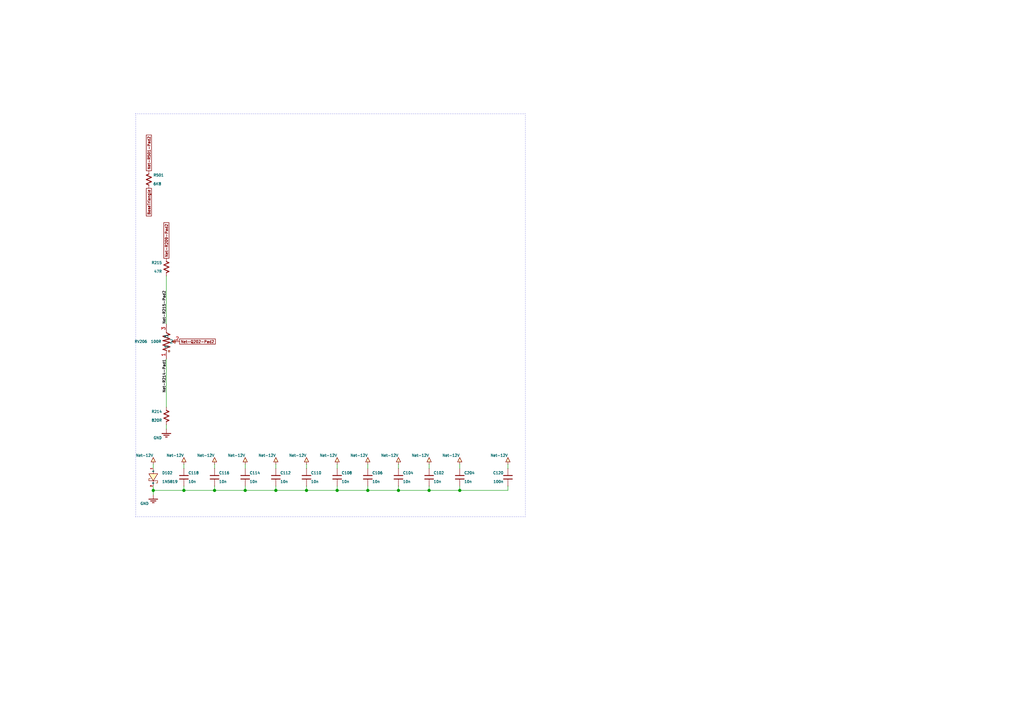
<source format=kicad_sch>
(kicad_sch (version 20230121) (generator eeschema)
  (paper "A4")
  (lib_symbols
    (symbol ""
      (property "Reference" "U" (at 2.54 1.27 0))
      (symbol "_1_0"
        (text "" (at 0 0 0) (effects (font (size 0 0))))
        (text "" (at 0 0 0) (effects (font (size 0 0))))
        (pin unspecified line (at 0 2.54 270) (length 0) (name "A") (number "~"))
        (pin unspecified line (at 0 -2.54 90) (length 0) (name "K") (number "~"))
      )
    )
    (symbol "ALTIUM_POWER_ARROW"
      (property "Value" "ALTIUM_POWER_ARROW" (at 2.54 -0.508 0))
      (symbol "ALTIUM_POWER_ARROW_1_0"
        (pin unspecified line (at 0 0 0) (length 0) (name "0") (number "~"))
      )
    )
    (symbol "ALTIUM_POWER_GND_POWER"
      (property "Value" "ALTIUM_POWER_GND_POWER" (at 2.54 -1.016 0))
      (symbol "ALTIUM_POWER_GND_POWER_1_0"
        (pin unspecified line (at 0 0 0) (length 0) (name "0") (number "~"))
      )
    )
    (symbol "C124614"
      (property "Reference" "R" (at 0 5.54 0))
      (property "Value" "C124614" (at 0 4.54 0))
      (symbol "C124614_1_0"
        (pin unspecified line (at 5.08 0 180) (length 2.54) (name "1") (number "1"))
        (pin unspecified line (at 0 3.81 270) (length 1.27) (name "2") (number "2"))
        (pin unspecified line (at -5.08 0 0) (length 2.54) (name "3") (number "3"))
      )
    )
    (symbol "C130719"
      (property "Reference" "LED" (at 2.54 1.27 0))
      (property "Value" "C130719" (at 2.54 -1.27 0))
      (symbol "C130719_1_0"
        (text "" (at 0 0 0) (effects (font (size 0 0))))
        (text "" (at 0 0 0) (effects (font (size 0 0))))
        (pin unspecified line (at 0 -2.54 90) (length 0) (name "K") (number "1"))
        (pin unspecified line (at 0 2.54 270) (length 0) (name "A") (number "2"))
      )
    )
    (symbol "C130719_1"
      (property "Reference" "LED" (at 2.54 1.27 0))
      (property "Value" "C130719_1" (at 2.54 -1.27 0))
      (symbol "C130719_1_1_0"
        (text "" (at 0 0 0) (effects (font (size 0 0))))
        (text "" (at 0 0 0) (effects (font (size 0 0))))
        (pin unspecified line (at 0 -2.54 90) (length 0) (name "K") (number "1"))
        (pin unspecified line (at 0 2.54 270) (length 0) (name "A") (number "2"))
      )
    )
    (symbol "C130719_2"
      (property "Reference" "LED" (at 2.54 1.27 0))
      (property "Value" "C130719_2" (at 2.54 -1.27 0))
      (symbol "C130719_2_1_0"
        (text "" (at 0 0 0) (effects (font (size 0 0))))
        (text "" (at 0 0 0) (effects (font (size 0 0))))
        (pin unspecified line (at 0 -2.54 90) (length 0) (name "K") (number "1"))
        (pin unspecified line (at 0 2.54 270) (length 0) (name "A") (number "2"))
      )
    )
    (symbol "C130719_3"
      (property "Reference" "LED" (at 2.54 1.27 0))
      (property "Value" "C130719_3" (at 2.54 -1.27 0))
      (symbol "C130719_3_1_0"
        (text "" (at 0 0 0) (effects (font (size 0 0))))
        (text "" (at 0 0 0) (effects (font (size 0 0))))
        (pin unspecified line (at 0 -2.54 90) (length 0) (name "K") (number "1"))
        (pin unspecified line (at 0 2.54 270) (length 0) (name "A") (number "2"))
      )
    )
    (symbol "C1346265"
      (property "Reference" "U" (at 0 11.89 0))
      (property "Value" "C1346265" (at 0 10.89 0))
      (symbol "C1346265_1_0"
        (pin unspecified line (at -29.21 8.89 0) (length 2.54) (name "Amp_bias_input0") (number "1"))
        (pin unspecified line (at 29.21 -6.35 180) (length 2.54) (name "Buffer_input1") (number "10"))
        (pin unspecified line (at 29.21 -3.81 180) (length 2.54) (name "V+") (number "11"))
        (pin unspecified line (at 29.21 -1.27 180) (length 2.54) (name "Output1") (number "12"))
        (pin unspecified line (at 29.21 1.27 180) (length 2.54) (name "Input-1") (number "13"))
        (pin unspecified line (at 29.21 3.81 180) (length 2.54) (name "Input+1") (number "14"))
        (pin unspecified line (at 29.21 6.35 180) (length 2.54) (name "Diode_bias1") (number "15"))
        (pin unspecified line (at 29.21 8.89 180) (length 2.54) (name "Amp_bias_input1") (number "16"))
        (pin unspecified line (at -29.21 6.35 0) (length 2.54) (name "Diode_bias0") (number "2"))
        (pin unspecified line (at -29.21 3.81 0) (length 2.54) (name "Input+0") (number "3"))
        (pin unspecified line (at -29.21 1.27 0) (length 2.54) (name "Input-0") (number "4"))
        (pin unspecified line (at -29.21 -1.27 0) (length 2.54) (name "Output0") (number "5"))
        (pin unspecified line (at -29.21 -3.81 0) (length 2.54) (name "V-") (number "6"))
        (pin unspecified line (at -29.21 -6.35 0) (length 2.54) (name "Buffer_input0") (number "7"))
        (pin unspecified line (at -29.21 -8.89 0) (length 2.54) (name "Buffer_output0") (number "8"))
        (pin unspecified line (at 29.21 -8.89 180) (length 2.54) (name "Buffer_output1") (number "9"))
      )
    )
    (symbol "C178413"
      (property "Reference" "C" (at 2.54 1.27 0))
      (property "Value" "C178413" (at 2.54 -1.27 0))
      (symbol "C178413_1_0"
        (text "" (at 0 0 0) (effects (font (size 0 0))))
        (text "" (at 0 0 0) (effects (font (size 0 0))))
        (pin unspecified line (at 0 2.54 270) (length 0) (name "1") (number "1"))
        (pin unspecified line (at 0 -2.54 90) (length 0) (name "2") (number "2"))
      )
    )
    (symbol "C178413_1"
      (property "Reference" "C" (at 2.54 1.27 0))
      (property "Value" "C178413_1" (at 2.54 -1.27 0))
      (symbol "C178413_1_1_0"
        (text "" (at 0 0 0) (effects (font (size 0 0))))
        (text "" (at 0 0 0) (effects (font (size 0 0))))
        (pin unspecified line (at 0 2.54 270) (length 0) (name "1") (number "1"))
        (pin unspecified line (at 0 -2.54 90) (length 0) (name "2") (number "2"))
      )
    )
    (symbol "C1788493"
      (property "Reference" "SW" (at 0 5.54 0))
      (property "Value" "C1788493" (at 0 4.54 0))
      (symbol "C1788493_1_0"
        (pin unspecified line (at -2.54 -5.08 90) (length 2.54) (name "1") (number "1"))
        (pin unspecified line (at 0 5.08 270) (length 2.54) (name "2") (number "2"))
        (pin unspecified line (at 2.54 -5.08 90) (length 2.54) (name "3") (number "3"))
      )
    )
    (symbol "C18536"
      (property "Reference" "Q" (at 0 5.54 0))
      (property "Value" "C18536" (at 0 4.54 0))
      (symbol "C18536_1_0"
        (pin unspecified line (at 2.54 -5.08 90) (length 2.54) (name "E") (number "1"))
        (pin unspecified line (at -2.54 0 0) (length 2.54) (name "B") (number "2"))
        (pin unspecified line (at 2.54 5.08 270) (length 2.54) (name "C") (number "3"))
      )
    )
    (symbol "C18536_1"
      (property "Reference" "Q" (at 0 5.54 0))
      (property "Value" "C18536_1" (at 0 4.54 0))
      (symbol "C18536_1_1_0"
        (pin unspecified line (at 2.54 -5.08 90) (length 2.54) (name "E") (number "1"))
        (pin unspecified line (at -2.54 0 0) (length 2.54) (name "B") (number "2"))
        (pin unspecified line (at 2.54 5.08 270) (length 2.54) (name "C") (number "3"))
      )
    )
    (symbol "C18536_2"
      (property "Reference" "Q" (at 0 5.54 0))
      (property "Value" "C18536_2" (at 0 4.54 0))
      (symbol "C18536_2_1_0"
        (pin unspecified line (at 2.54 -5.08 90) (length 2.54) (name "E") (number "1"))
        (pin unspecified line (at -2.54 0 0) (length 2.54) (name "B") (number "2"))
        (pin unspecified line (at 2.54 5.08 270) (length 2.54) (name "C") (number "3"))
      )
    )
    (symbol "C18536_3"
      (property "Reference" "Q" (at 0 5.54 0))
      (property "Value" "C18536_3" (at 0 4.54 0))
      (symbol "C18536_3_1_0"
        (pin unspecified line (at 2.54 -5.08 90) (length 2.54) (name "E") (number "1"))
        (pin unspecified line (at -2.54 0 0) (length 2.54) (name "B") (number "2"))
        (pin unspecified line (at 2.54 5.08 270) (length 2.54) (name "C") (number "3"))
      )
    )
    (symbol "C18536_4"
      (property "Reference" "Q" (at 0 5.54 0))
      (property "Value" "C18536_4" (at 0 4.54 0))
      (symbol "C18536_4_1_0"
        (pin unspecified line (at 2.54 -5.08 90) (length 2.54) (name "E") (number "1"))
        (pin unspecified line (at -2.54 0 0) (length 2.54) (name "B") (number "2"))
        (pin unspecified line (at 2.54 5.08 270) (length 2.54) (name "C") (number "3"))
      )
    )
    (symbol "C18536_5"
      (property "Reference" "Q" (at 0 5.54 0))
      (property "Value" "C18536_5" (at 0 4.54 0))
      (symbol "C18536_5_1_0"
        (pin unspecified line (at 2.54 -5.08 90) (length 2.54) (name "E") (number "1"))
        (pin unspecified line (at -2.54 0 0) (length 2.54) (name "B") (number "2"))
        (pin unspecified line (at 2.54 5.08 270) (length 2.54) (name "C") (number "3"))
      )
    )
    (symbol "C20534"
      (property "Reference" "Q" (at 0 5.54 0))
      (property "Value" "C20534" (at 0 4.54 0))
      (symbol "C20534_1_0"
        (pin unspecified line (at -7.62 2.54 0) (length 2.54) (name "E1") (number "1"))
        (pin unspecified line (at -7.62 0 0) (length 2.54) (name "B1") (number "2"))
        (pin unspecified line (at -7.62 -2.54 0) (length 2.54) (name "C2") (number "3"))
        (pin unspecified line (at 7.62 -2.54 180) (length 2.54) (name "E2") (number "4"))
        (pin unspecified line (at 7.62 0 180) (length 2.54) (name "B2") (number "5"))
        (pin unspecified line (at 7.62 2.54 180) (length 2.54) (name "C1") (number "6"))
      )
    )
    (symbol "C2474"
      (property "Reference" "D" (at 2.54 1.27 0))
      (property "Value" "C2474" (at 2.54 -1.27 0))
      (symbol "C2474_1_0"
        (text "" (at 0 0 0) (effects (font (size 0 0))))
        (text "" (at 0 0 0) (effects (font (size 0 0))))
        (pin unspecified line (at 0 2.54 270) (length 0) (name "A") (number "1"))
        (pin unspecified line (at 0 -2.54 90) (length 0) (name "K") (number "2"))
      )
    )
    (symbol "C2474_1"
      (property "Reference" "D" (at 2.54 1.27 0))
      (property "Value" "C2474_1" (at 2.54 -1.27 0))
      (symbol "C2474_1_1_0"
        (text "" (at 0 0 0) (effects (font (size 0 0))))
        (text "" (at 0 0 0) (effects (font (size 0 0))))
        (pin unspecified line (at 0 2.54 270) (length 0) (name "A") (number "1"))
        (pin unspecified line (at 0 -2.54 90) (length 0) (name "K") (number "2"))
      )
    )
    (symbol "C429962"
      (property "Reference" "H" (at 0 8.08 0))
      (property "Value" "C429962" (at 0 7.08 0))
      (symbol "C429962_1_0"
        (pin unspecified line (at -6.35 5.08 0) (length 2.54) (name "1") (number "1"))
        (pin unspecified line (at 6.35 -5.08 180) (length 2.54) (name "10") (number "10"))
        (pin unspecified line (at 6.35 5.08 180) (length 2.54) (name "2") (number "2"))
        (pin unspecified line (at -6.35 2.54 0) (length 2.54) (name "3") (number "3"))
        (pin unspecified line (at 6.35 2.54 180) (length 2.54) (name "4") (number "4"))
        (pin unspecified line (at -6.35 0 0) (length 2.54) (name "5") (number "5"))
        (pin unspecified line (at 6.35 0 180) (length 2.54) (name "6") (number "6"))
        (pin unspecified line (at -6.35 -2.54 0) (length 2.54) (name "7") (number "7"))
        (pin unspecified line (at 6.35 -2.54 180) (length 2.54) (name "8") (number "8"))
        (pin unspecified line (at -6.35 -5.08 0) (length 2.54) (name "9") (number "9"))
      )
    )
    (symbol "C470291"
      (property "Reference" "R" (at 0 5.54 0))
      (property "Value" "C470291" (at 0 4.54 0))
      (symbol "C470291_1_0"
        (pin unspecified line (at 5.08 0 180) (length 2.54) (name "1") (number "1"))
        (pin unspecified line (at 0 5.08 270) (length 2.54) (name "2") (number "2"))
        (pin unspecified line (at -5.08 0 0) (length 2.54) (name "3") (number "3"))
        (pin unspecified line (at 5.08 -3.81 180) (length 2.54) (name "4") (number "4"))
        (pin unspecified line (at 5.08 -5.08 180) (length 2.54) (name "5") (number "5"))
      )
    )
    (symbol "C470291_1"
      (property "Reference" "R" (at 0 5.54 0))
      (property "Value" "C470291_1" (at 0 4.54 0))
      (symbol "C470291_1_1_0"
        (pin unspecified line (at 5.08 0 180) (length 2.54) (name "1") (number "1"))
        (pin unspecified line (at 0 5.08 270) (length 2.54) (name "2") (number "2"))
        (pin unspecified line (at -5.08 0 0) (length 2.54) (name "3") (number "3"))
        (pin unspecified line (at 5.08 -3.81 180) (length 2.54) (name "4") (number "4"))
        (pin unspecified line (at 5.08 -5.08 180) (length 2.54) (name "5") (number "5"))
      )
    )
    (symbol "C470291_2"
      (property "Reference" "R" (at 0 5.54 0))
      (property "Value" "C470291_2" (at 0 4.54 0))
      (symbol "C470291_2_1_0"
        (pin unspecified line (at 5.08 0 180) (length 2.54) (name "1") (number "1"))
        (pin unspecified line (at 0 5.08 270) (length 2.54) (name "2") (number "2"))
        (pin unspecified line (at -5.08 0 0) (length 2.54) (name "3") (number "3"))
        (pin unspecified line (at 5.08 -3.81 180) (length 2.54) (name "4") (number "4"))
        (pin unspecified line (at 5.08 -5.08 180) (length 2.54) (name "5") (number "5"))
      )
    )
    (symbol "C470291_3"
      (property "Reference" "R" (at 0 5.54 0))
      (property "Value" "C470291_3" (at 0 4.54 0))
      (symbol "C470291_3_1_0"
        (pin unspecified line (at 5.08 0 180) (length 2.54) (name "1") (number "1"))
        (pin unspecified line (at 0 5.08 270) (length 2.54) (name "2") (number "2"))
        (pin unspecified line (at -5.08 0 0) (length 2.54) (name "3") (number "3"))
        (pin unspecified line (at 5.08 -3.81 180) (length 2.54) (name "4") (number "4"))
        (pin unspecified line (at 5.08 -5.08 180) (length 2.54) (name "5") (number "5"))
      )
    )
    (symbol "C470291_4"
      (property "Reference" "R" (at 0 5.54 0))
      (property "Value" "C470291_4" (at 0 4.54 0))
      (symbol "C470291_4_1_0"
        (pin unspecified line (at 5.08 0 180) (length 2.54) (name "1") (number "1"))
        (pin unspecified line (at 0 5.08 270) (length 2.54) (name "2") (number "2"))
        (pin unspecified line (at -5.08 0 0) (length 2.54) (name "3") (number "3"))
        (pin unspecified line (at 5.08 -3.81 180) (length 2.54) (name "4") (number "4"))
        (pin unspecified line (at 5.08 -5.08 180) (length 2.54) (name "5") (number "5"))
      )
    )
    (symbol "C470291_5"
      (property "Reference" "R" (at 0 5.54 0))
      (property "Value" "C470291_5" (at 0 4.54 0))
      (symbol "C470291_5_1_0"
        (pin unspecified line (at 5.08 0 180) (length 2.54) (name "1") (number "1"))
        (pin unspecified line (at 0 5.08 270) (length 2.54) (name "2") (number "2"))
        (pin unspecified line (at -5.08 0 0) (length 2.54) (name "3") (number "3"))
        (pin unspecified line (at 5.08 -3.81 180) (length 2.54) (name "4") (number "4"))
        (pin unspecified line (at 5.08 -5.08 180) (length 2.54) (name "5") (number "5"))
      )
    )
    (symbol "C500090"
      (property "Reference" "CN" (at 0 8.08 0))
      (property "Value" "C500090" (at 0 7.08 0))
      (symbol "C500090_1_0"
        (pin unspecified line (at 5.08 5.08 180) (length 2.54) (name "2") (number "2"))
        (pin unspecified line (at 5.08 2.54 180) (length 2.54) (name "3") (number "3"))
        (pin unspecified line (at 5.08 0 180) (length 2.54) (name "4") (number "4"))
        (pin unspecified line (at 5.08 -2.54 180) (length 2.54) (name "5") (number "5"))
        (pin unspecified line (at 5.08 -5.08 180) (length 2.54) (name "6") (number "6"))
      )
    )
    (symbol "C500090_1"
      (property "Reference" "CN" (at 0 8.08 0))
      (property "Value" "C500090_1" (at 0 7.08 0))
      (symbol "C500090_1_1_0"
        (pin unspecified line (at 5.08 5.08 180) (length 2.54) (name "2") (number "2"))
        (pin unspecified line (at 5.08 2.54 180) (length 2.54) (name "3") (number "3"))
        (pin unspecified line (at 5.08 0 180) (length 2.54) (name "4") (number "4"))
        (pin unspecified line (at 5.08 -2.54 180) (length 2.54) (name "5") (number "5"))
        (pin unspecified line (at 5.08 -5.08 180) (length 2.54) (name "6") (number "6"))
      )
    )
    (symbol "C500090_2"
      (property "Reference" "CN" (at 0 8.08 0))
      (property "Value" "C500090_2" (at 0 7.08 0))
      (symbol "C500090_2_1_0"
        (pin unspecified line (at 5.08 5.08 180) (length 2.54) (name "2") (number "2"))
        (pin unspecified line (at 5.08 2.54 180) (length 2.54) (name "3") (number "3"))
        (pin unspecified line (at 5.08 0 180) (length 2.54) (name "4") (number "4"))
        (pin unspecified line (at 5.08 -2.54 180) (length 2.54) (name "5") (number "5"))
        (pin unspecified line (at 5.08 -5.08 180) (length 2.54) (name "6") (number "6"))
      )
    )
    (symbol "C500090_3"
      (property "Reference" "CN" (at 0 8.08 0))
      (property "Value" "C500090_3" (at 0 7.08 0))
      (symbol "C500090_3_1_0"
        (pin unspecified line (at 5.08 5.08 180) (length 2.54) (name "2") (number "2"))
        (pin unspecified line (at 5.08 2.54 180) (length 2.54) (name "3") (number "3"))
        (pin unspecified line (at 5.08 0 180) (length 2.54) (name "4") (number "4"))
        (pin unspecified line (at 5.08 -2.54 180) (length 2.54) (name "5") (number "5"))
        (pin unspecified line (at 5.08 -5.08 180) (length 2.54) (name "6") (number "6"))
      )
    )
    (symbol "C500090_4"
      (property "Reference" "CN" (at 0 8.08 0))
      (property "Value" "C500090_4" (at 0 7.08 0))
      (symbol "C500090_4_1_0"
        (pin unspecified line (at 5.08 5.08 180) (length 2.54) (name "2") (number "2"))
        (pin unspecified line (at 5.08 2.54 180) (length 2.54) (name "3") (number "3"))
        (pin unspecified line (at 5.08 0 180) (length 2.54) (name "4") (number "4"))
        (pin unspecified line (at 5.08 -2.54 180) (length 2.54) (name "5") (number "5"))
        (pin unspecified line (at 5.08 -5.08 180) (length 2.54) (name "6") (number "6"))
      )
    )
    (symbol "C500090_5"
      (property "Reference" "CN" (at 0 8.08 0))
      (property "Value" "C500090_5" (at 0 7.08 0))
      (symbol "C500090_5_1_0"
        (pin unspecified line (at 5.08 5.08 180) (length 2.54) (name "2") (number "2"))
        (pin unspecified line (at 5.08 2.54 180) (length 2.54) (name "3") (number "3"))
        (pin unspecified line (at 5.08 0 180) (length 2.54) (name "4") (number "4"))
        (pin unspecified line (at 5.08 -2.54 180) (length 2.54) (name "5") (number "5"))
        (pin unspecified line (at 5.08 -5.08 180) (length 2.54) (name "6") (number "6"))
      )
    )
    (symbol "C500090_6"
      (property "Reference" "CN" (at 0 8.08 0))
      (property "Value" "C500090_6" (at 0 7.08 0))
      (symbol "C500090_6_1_0"
        (pin unspecified line (at 5.08 5.08 180) (length 2.54) (name "2") (number "2"))
        (pin unspecified line (at 5.08 2.54 180) (length 2.54) (name "3") (number "3"))
        (pin unspecified line (at 5.08 0 180) (length 2.54) (name "4") (number "4"))
        (pin unspecified line (at 5.08 -2.54 180) (length 2.54) (name "5") (number "5"))
        (pin unspecified line (at 5.08 -5.08 180) (length 2.54) (name "6") (number "6"))
      )
    )
    (symbol "C500090_7"
      (property "Reference" "CN" (at 0 8.08 0))
      (property "Value" "C500090_7" (at 0 7.08 0))
      (symbol "C500090_7_1_0"
        (pin unspecified line (at 5.08 5.08 180) (length 2.54) (name "2") (number "2"))
        (pin unspecified line (at 5.08 2.54 180) (length 2.54) (name "3") (number "3"))
        (pin unspecified line (at 5.08 0 180) (length 2.54) (name "4") (number "4"))
        (pin unspecified line (at 5.08 -2.54 180) (length 2.54) (name "5") (number "5"))
        (pin unspecified line (at 5.08 -5.08 180) (length 2.54) (name "6") (number "6"))
      )
    )
    (symbol "C500090_8"
      (property "Reference" "CN" (at 0 8.08 0))
      (property "Value" "C500090_8" (at 0 7.08 0))
      (symbol "C500090_8_1_0"
        (pin unspecified line (at 5.08 5.08 180) (length 2.54) (name "2") (number "2"))
        (pin unspecified line (at 5.08 2.54 180) (length 2.54) (name "3") (number "3"))
        (pin unspecified line (at 5.08 0 180) (length 2.54) (name "4") (number "4"))
        (pin unspecified line (at 5.08 -2.54 180) (length 2.54) (name "5") (number "5"))
        (pin unspecified line (at 5.08 -5.08 180) (length 2.54) (name "6") (number "6"))
      )
    )
    (symbol "C6961"
      (property "Reference" "U" (at 0 6.81 0))
      (property "Value" "C6961" (at 0 5.81 0))
      (symbol "C6961_1_0"
        (pin unspecified line (at -12.7 3.81 0) (length 2.54) (name "P_1OUT") (number "1"))
        (pin unspecified line (at -12.7 1.27 0) (length 2.54) (name "P_1IN-") (number "2"))
        (pin unspecified line (at -12.7 -1.27 0) (length 2.54) (name "P_1IN+") (number "3"))
        (pin unspecified line (at -12.7 -3.81 0) (length 2.54) (name "VCC-") (number "4"))
        (pin unspecified line (at 12.7 -3.81 180) (length 2.54) (name "P_2IN+") (number "5"))
        (pin unspecified line (at 12.7 -1.27 180) (length 2.54) (name "P_2IN-") (number "6"))
        (pin unspecified line (at 12.7 1.27 180) (length 2.54) (name "P_2OUT") (number "7"))
        (pin unspecified line (at 12.7 3.81 180) (length 2.54) (name "VCC+") (number "8"))
      )
    )
    (symbol "C780220"
      (property "Reference" "D" (at 0 8.08 0))
      (property "Value" "C780220" (at 0 7.08 0))
      (symbol "C780220_1_0"
        (pin unspecified line (at 2.54 -10.16 90) (length 5.08) (name "1") (number "1"))
        (pin unspecified line (at 0 10.16 270) (length 5.08) (name "2") (number "2"))
        (pin unspecified line (at -2.54 -10.16 90) (length 5.08) (name "3") (number "3"))
      )
    )
    (symbol "C780220_1"
      (property "Reference" "D" (at 0 8.08 0))
      (property "Value" "C780220_1" (at 0 7.08 0))
      (symbol "C780220_1_1_0"
        (pin unspecified line (at 2.54 -10.16 90) (length 5.08) (name "1") (number "1"))
        (pin unspecified line (at 0 10.16 270) (length 5.08) (name "2") (number "2"))
        (pin unspecified line (at -2.54 -10.16 90) (length 5.08) (name "3") (number "3"))
      )
    )
    (symbol "C780220_2"
      (property "Reference" "D" (at 0 8.08 0))
      (property "Value" "C780220_2" (at 0 7.08 0))
      (symbol "C780220_2_1_0"
        (pin unspecified line (at 2.54 -10.16 90) (length 5.08) (name "1") (number "1"))
        (pin unspecified line (at 0 10.16 270) (length 5.08) (name "2") (number "2"))
        (pin unspecified line (at -2.54 -10.16 90) (length 5.08) (name "3") (number "3"))
      )
    )
    (symbol "C780220_3"
      (property "Reference" "D" (at 0 8.08 0))
      (property "Value" "C780220_3" (at 0 7.08 0))
      (symbol "C780220_3_1_0"
        (pin unspecified line (at 2.54 -10.16 90) (length 5.08) (name "1") (number "1"))
        (pin unspecified line (at 0 10.16 270) (length 5.08) (name "2") (number "2"))
        (pin unspecified line (at -2.54 -10.16 90) (length 5.08) (name "3") (number "3"))
      )
    )
    (symbol "C780220_4"
      (property "Reference" "D" (at 0 8.08 0))
      (property "Value" "C780220_4" (at 0 7.08 0))
      (symbol "C780220_4_1_0"
        (pin unspecified line (at 2.54 -10.16 90) (length 5.08) (name "1") (number "1"))
        (pin unspecified line (at 0 10.16 270) (length 5.08) (name "2") (number "2"))
        (pin unspecified line (at -2.54 -10.16 90) (length 5.08) (name "3") (number "3"))
      )
    )
    (symbol "C780220_5"
      (property "Reference" "D" (at 0 8.08 0))
      (property "Value" "C780220_5" (at 0 7.08 0))
      (symbol "C780220_5_1_0"
        (pin unspecified line (at 2.54 -10.16 90) (length 5.08) (name "1") (number "1"))
        (pin unspecified line (at 0 10.16 270) (length 5.08) (name "2") (number "2"))
        (pin unspecified line (at -2.54 -10.16 90) (length 5.08) (name "3") (number "3"))
      )
    )
    (symbol "C89235"
      (property "Reference" "R" (at 0 5.54 0))
      (property "Value" "C89235" (at 0 4.54 0))
      (symbol "C89235_1_0"
        (pin unspecified line (at 5.08 0 180) (length 2.54) (name "1") (number "1"))
        (pin unspecified line (at 0 3.81 270) (length 1.27) (name "2") (number "2"))
        (pin unspecified line (at -5.08 0 0) (length 2.54) (name "3") (number "3"))
      )
    )
    (symbol "C909967"
      (property "Reference" "D" (at 2.54 1.27 0))
      (property "Value" "C909967" (at 2.54 -1.27 0))
      (symbol "C909967_1_0"
        (text "" (at 0 0 0) (effects (font (size 0 0))))
        (text "" (at 0 0 0) (effects (font (size 0 0))))
        (pin unspecified line (at 0 -2.54 90) (length 0) (name "K") (number "1"))
        (pin unspecified line (at 0 2.54 270) (length 0) (name "A") (number "2"))
      )
    )
    (symbol "C909967_1"
      (property "Reference" "D" (at 2.54 1.27 0))
      (property "Value" "C909967_1" (at 2.54 -1.27 0))
      (symbol "C909967_1_1_0"
        (text "" (at 0 0 0) (effects (font (size 0 0))))
        (text "" (at 0 0 0) (effects (font (size 0 0))))
        (pin unspecified line (at 0 -2.54 90) (length 0) (name "K") (number "1"))
        (pin unspecified line (at 0 2.54 270) (length 0) (name "A") (number "2"))
      )
    )
    (symbol "C909967_2"
      (property "Reference" "D" (at 2.54 1.27 0))
      (property "Value" "C909967_2" (at 2.54 -1.27 0))
      (symbol "C909967_2_1_0"
        (text "" (at 0 0 0) (effects (font (size 0 0))))
        (text "" (at 0 0 0) (effects (font (size 0 0))))
        (pin unspecified line (at 0 -2.54 90) (length 0) (name "K") (number "1"))
        (pin unspecified line (at 0 2.54 270) (length 0) (name "A") (number "2"))
      )
    )
    (symbol "GND" (power)
      (property "Reference" "#PWR" (at 35 60 0))
      (property "Value" "GND" (at -2.54 -2.54 0))
      (symbol "GND_1_0"
        (pin power_in line (at 0 0 270) (length 0) (name "GND") (number "~"))
      )
    )
    (symbol "LM13700M_NOPB"
      (property "Reference" "U" (at 0 11.89 0))
      (property "Value" "LM13700M_NOPB" (at 0 10.89 0))
      (symbol "LM13700M_NOPB_1_0"
        (pin unspecified line (at -29.21 8.89 0) (length 2.54) (name "Amp_bias_input0") (number "~"))
        (pin unspecified line (at 29.21 8.89 180) (length 2.54) (name "Amp_bias_input1") (number "~"))
        (pin unspecified line (at -29.21 -6.35 0) (length 2.54) (name "Buffer_input0") (number "~"))
        (pin unspecified line (at 29.21 -6.35 180) (length 2.54) (name "Buffer_input1") (number "~"))
        (pin unspecified line (at -29.21 -8.89 0) (length 2.54) (name "Buffer_output0") (number "~"))
        (pin unspecified line (at 29.21 -8.89 180) (length 2.54) (name "Buffer_output1") (number "~"))
        (pin unspecified line (at -29.21 6.35 0) (length 2.54) (name "Diode_bias0") (number "~"))
        (pin unspecified line (at 29.21 6.35 180) (length 2.54) (name "Diode_bias1") (number "~"))
        (pin unspecified line (at -29.21 3.81 0) (length 2.54) (name "Input+0") (number "~"))
        (pin unspecified line (at 29.21 3.81 180) (length 2.54) (name "Input+1") (number "~"))
        (pin unspecified line (at -29.21 1.27 0) (length 2.54) (name "Input-0") (number "~"))
        (pin unspecified line (at 29.21 1.27 180) (length 2.54) (name "Input-1") (number "~"))
        (pin unspecified line (at -29.21 -1.27 0) (length 2.54) (name "Output0") (number "~"))
        (pin unspecified line (at 29.21 -1.27 180) (length 2.54) (name "Output1") (number "~"))
        (pin unspecified line (at 29.21 -3.81 180) (length 2.54) (name "V+") (number "~"))
        (pin unspecified line (at -29.21 -3.81 0) (length 2.54) (name "V-") (number "~"))
      )
    )
    (symbol "MMDT3906"
      (property "Reference" "U" (at 0 5.54 0))
      (property "Value" "MMDT3906" (at 0 4.54 0))
      (symbol "MMDT3906_1_0"
        (pin unspecified line (at -7.62 0 0) (length 2.54) (name "B1") (number "~"))
        (pin unspecified line (at 7.62 0 180) (length 2.54) (name "B2") (number "~"))
        (pin unspecified line (at 7.62 2.54 180) (length 2.54) (name "C1") (number "~"))
        (pin unspecified line (at -7.62 -2.54 0) (length 2.54) (name "C2") (number "~"))
        (pin unspecified line (at -7.62 2.54 0) (length 2.54) (name "E1") (number "~"))
        (pin unspecified line (at 7.62 -2.54 180) (length 2.54) (name "E2") (number "~"))
      )
    )
    (symbol "MT_0_103_A101_M200_RS_PJ"
      (property "Reference" "U" (at 0 5.54 0))
      (property "Value" "MT_0_103_A101_M200_RS_PJ" (at 0 4.54 0))
      (symbol "MT_0_103_A101_M200_RS_PJ_1_0"
        (pin unspecified line (at -2.54 -5.08 90) (length 2.54) (name "1") (number "~"))
        (pin unspecified line (at 0 5.08 270) (length 2.54) (name "2") (number "~"))
        (pin unspecified line (at 2.54 -5.08 90) (length 2.54) (name "3") (number "~"))
      )
    )
    (symbol "Net+12V" (power)
      (property "Reference" "#PWR" (at 35 60 0))
      (property "Value" "Net+12V" (at -2.54 2.54 0))
      (symbol "Net+12V_1_0"
        (pin power_in line (at 0 0 90) (length 0) (name "Net+12V") (number "~"))
      )
    )
    (symbol "Net-12V" (power)
      (property "Reference" "#PWR" (at 35 60 0))
      (property "Value" "Net-12V" (at -2.54 2.54 0))
      (symbol "Net-12V_1_0"
        (pin power_in line (at 0 0 90) (length 0) (name "Net-12V") (number "~"))
      )
    )
    (symbol "PJ_3582_B"
      (property "Reference" "U" (at 0 8.08 0))
      (property "Value" "PJ_3582_B" (at 0 7.08 0))
      (symbol "PJ_3582_B_1_0"
        (pin unspecified line (at 5.08 5.08 180) (length 2.54) (name "2") (number "~"))
        (pin unspecified line (at 5.08 2.54 180) (length 2.54) (name "3") (number "~"))
        (pin unspecified line (at 5.08 0 180) (length 2.54) (name "4") (number "~"))
        (pin unspecified line (at 5.08 -2.54 180) (length 2.54) (name "5") (number "~"))
        (pin unspecified line (at 5.08 -5.08 180) (length 2.54) (name "6") (number "~"))
      )
    )
    (symbol "PJ_3582_B_1"
      (property "Reference" "U" (at 0 8.08 0))
      (property "Value" "PJ_3582_B_1" (at 0 7.08 0))
      (symbol "PJ_3582_B_1_1_0"
        (pin unspecified line (at 5.08 5.08 180) (length 2.54) (name "2") (number "~"))
        (pin unspecified line (at 5.08 2.54 180) (length 2.54) (name "3") (number "~"))
        (pin unspecified line (at 5.08 0 180) (length 2.54) (name "4") (number "~"))
        (pin unspecified line (at 5.08 -2.54 180) (length 2.54) (name "5") (number "~"))
        (pin unspecified line (at 5.08 -5.08 180) (length 2.54) (name "6") (number "~"))
      )
    )
    (symbol "PJ_3582_B_2"
      (property "Reference" "U" (at 0 8.08 0))
      (property "Value" "PJ_3582_B_2" (at 0 7.08 0))
      (symbol "PJ_3582_B_2_1_0"
        (pin unspecified line (at 5.08 5.08 180) (length 2.54) (name "2") (number "~"))
        (pin unspecified line (at 5.08 2.54 180) (length 2.54) (name "3") (number "~"))
        (pin unspecified line (at 5.08 0 180) (length 2.54) (name "4") (number "~"))
        (pin unspecified line (at 5.08 -2.54 180) (length 2.54) (name "5") (number "~"))
        (pin unspecified line (at 5.08 -5.08 180) (length 2.54) (name "6") (number "~"))
      )
    )
    (symbol "PJ_3582_B_3"
      (property "Reference" "U" (at 0 8.08 0))
      (property "Value" "PJ_3582_B_3" (at 0 7.08 0))
      (symbol "PJ_3582_B_3_1_0"
        (pin unspecified line (at 5.08 5.08 180) (length 2.54) (name "2") (number "~"))
        (pin unspecified line (at 5.08 2.54 180) (length 2.54) (name "3") (number "~"))
        (pin unspecified line (at 5.08 0 180) (length 2.54) (name "4") (number "~"))
        (pin unspecified line (at 5.08 -2.54 180) (length 2.54) (name "5") (number "~"))
        (pin unspecified line (at 5.08 -5.08 180) (length 2.54) (name "6") (number "~"))
      )
    )
    (symbol "PJ_3582_B_4"
      (property "Reference" "U" (at 0 8.08 0))
      (property "Value" "PJ_3582_B_4" (at 0 7.08 0))
      (symbol "PJ_3582_B_4_1_0"
        (pin unspecified line (at 5.08 5.08 180) (length 2.54) (name "2") (number "~"))
        (pin unspecified line (at 5.08 2.54 180) (length 2.54) (name "3") (number "~"))
        (pin unspecified line (at 5.08 0 180) (length 2.54) (name "4") (number "~"))
        (pin unspecified line (at 5.08 -2.54 180) (length 2.54) (name "5") (number "~"))
        (pin unspecified line (at 5.08 -5.08 180) (length 2.54) (name "6") (number "~"))
      )
    )
    (symbol "PJ_3582_B_5"
      (property "Reference" "U" (at 0 8.08 0))
      (property "Value" "PJ_3582_B_5" (at 0 7.08 0))
      (symbol "PJ_3582_B_5_1_0"
        (pin unspecified line (at 5.08 5.08 180) (length 2.54) (name "2") (number "~"))
        (pin unspecified line (at 5.08 2.54 180) (length 2.54) (name "3") (number "~"))
        (pin unspecified line (at 5.08 0 180) (length 2.54) (name "4") (number "~"))
        (pin unspecified line (at 5.08 -2.54 180) (length 2.54) (name "5") (number "~"))
        (pin unspecified line (at 5.08 -5.08 180) (length 2.54) (name "6") (number "~"))
      )
    )
    (symbol "PJ_3582_B_6"
      (property "Reference" "U" (at 0 8.08 0))
      (property "Value" "PJ_3582_B_6" (at 0 7.08 0))
      (symbol "PJ_3582_B_6_1_0"
        (pin unspecified line (at 5.08 5.08 180) (length 2.54) (name "2") (number "~"))
        (pin unspecified line (at 5.08 2.54 180) (length 2.54) (name "3") (number "~"))
        (pin unspecified line (at 5.08 0 180) (length 2.54) (name "4") (number "~"))
        (pin unspecified line (at 5.08 -2.54 180) (length 2.54) (name "5") (number "~"))
        (pin unspecified line (at 5.08 -5.08 180) (length 2.54) (name "6") (number "~"))
      )
    )
    (symbol "PJ_3582_B_7"
      (property "Reference" "U" (at 0 8.08 0))
      (property "Value" "PJ_3582_B_7" (at 0 7.08 0))
      (symbol "PJ_3582_B_7_1_0"
        (pin unspecified line (at 5.08 5.08 180) (length 2.54) (name "2") (number "~"))
        (pin unspecified line (at 5.08 2.54 180) (length 2.54) (name "3") (number "~"))
        (pin unspecified line (at 5.08 0 180) (length 2.54) (name "4") (number "~"))
        (pin unspecified line (at 5.08 -2.54 180) (length 2.54) (name "5") (number "~"))
        (pin unspecified line (at 5.08 -5.08 180) (length 2.54) (name "6") (number "~"))
      )
    )
    (symbol "PJ_3582_B_8"
      (property "Reference" "U" (at 0 8.08 0))
      (property "Value" "PJ_3582_B_8" (at 0 7.08 0))
      (symbol "PJ_3582_B_8_1_0"
        (pin unspecified line (at 5.08 5.08 180) (length 2.54) (name "2") (number "~"))
        (pin unspecified line (at 5.08 2.54 180) (length 2.54) (name "3") (number "~"))
        (pin unspecified line (at 5.08 0 180) (length 2.54) (name "4") (number "~"))
        (pin unspecified line (at 5.08 -2.54 180) (length 2.54) (name "5") (number "~"))
        (pin unspecified line (at 5.08 -5.08 180) (length 2.54) (name "6") (number "~"))
      )
    )
    (symbol "R"
      (property "Reference" "U" (at 2.032 0 90))
      (property "Value" "R" (at 0 0 90))
      (symbol "R_1_0"
        (pin unspecified line (at 0 -3.81 90) (length 1.27) (name "0") (number "~"))
        (pin unspecified line (at 0 3.81 270) (length 1.27) (name "1") (number "~"))
      )
    )
    (symbol "RK09K1130ACL"
      (property "Reference" "U" (at 0 5.54 0))
      (property "Value" "RK09K1130ACL" (at 0 4.54 0))
      (symbol "RK09K1130ACL_1_0"
        (pin unspecified line (at 5.08 0 180) (length 2.54) (name "1") (number "~"))
        (pin unspecified line (at 0 5.08 270) (length 2.54) (name "2") (number "~"))
        (pin unspecified line (at -5.08 0 0) (length 2.54) (name "3") (number "~"))
        (pin unspecified line (at 5.08 -3.81 180) (length 2.54) (name "4") (number "~"))
        (pin unspecified line (at 5.08 -5.08 180) (length 2.54) (name "5") (number "~"))
      )
    )
    (symbol "RK09K1130ACL_1"
      (property "Reference" "U" (at 0 5.54 0))
      (property "Value" "RK09K1130ACL_1" (at 0 4.54 0))
      (symbol "RK09K1130ACL_1_1_0"
        (pin unspecified line (at 5.08 0 180) (length 2.54) (name "1") (number "~"))
        (pin unspecified line (at 0 5.08 270) (length 2.54) (name "2") (number "~"))
        (pin unspecified line (at -5.08 0 0) (length 2.54) (name "3") (number "~"))
        (pin unspecified line (at 5.08 -3.81 180) (length 2.54) (name "4") (number "~"))
        (pin unspecified line (at 5.08 -5.08 180) (length 2.54) (name "5") (number "~"))
      )
    )
    (symbol "RK09K1130ACL_2"
      (property "Reference" "U" (at 0 5.54 0))
      (property "Value" "RK09K1130ACL_2" (at 0 4.54 0))
      (symbol "RK09K1130ACL_2_1_0"
        (pin unspecified line (at 5.08 0 180) (length 2.54) (name "1") (number "~"))
        (pin unspecified line (at 0 5.08 270) (length 2.54) (name "2") (number "~"))
        (pin unspecified line (at -5.08 0 0) (length 2.54) (name "3") (number "~"))
        (pin unspecified line (at 5.08 -3.81 180) (length 2.54) (name "4") (number "~"))
        (pin unspecified line (at 5.08 -5.08 180) (length 2.54) (name "5") (number "~"))
      )
    )
    (symbol "RK09K1130ACL_3"
      (property "Reference" "U" (at 0 5.54 0))
      (property "Value" "RK09K1130ACL_3" (at 0 4.54 0))
      (symbol "RK09K1130ACL_3_1_0"
        (pin unspecified line (at 5.08 0 180) (length 2.54) (name "1") (number "~"))
        (pin unspecified line (at 0 5.08 270) (length 2.54) (name "2") (number "~"))
        (pin unspecified line (at -5.08 0 0) (length 2.54) (name "3") (number "~"))
        (pin unspecified line (at 5.08 -3.81 180) (length 2.54) (name "4") (number "~"))
        (pin unspecified line (at 5.08 -5.08 180) (length 2.54) (name "5") (number "~"))
      )
    )
    (symbol "RK09K1130ACL_4"
      (property "Reference" "U" (at 0 5.54 0))
      (property "Value" "RK09K1130ACL_4" (at 0 4.54 0))
      (symbol "RK09K1130ACL_4_1_0"
        (pin unspecified line (at 5.08 0 180) (length 2.54) (name "1") (number "~"))
        (pin unspecified line (at 0 5.08 270) (length 2.54) (name "2") (number "~"))
        (pin unspecified line (at -5.08 0 0) (length 2.54) (name "3") (number "~"))
        (pin unspecified line (at 5.08 -3.81 180) (length 2.54) (name "4") (number "~"))
        (pin unspecified line (at 5.08 -5.08 180) (length 2.54) (name "5") (number "~"))
      )
    )
    (symbol "RK09K1130ACL_5"
      (property "Reference" "U" (at 0 5.54 0))
      (property "Value" "RK09K1130ACL_5" (at 0 4.54 0))
      (symbol "RK09K1130ACL_5_1_0"
        (pin unspecified line (at 5.08 0 180) (length 2.54) (name "1") (number "~"))
        (pin unspecified line (at 0 5.08 270) (length 2.54) (name "2") (number "~"))
        (pin unspecified line (at -5.08 0 0) (length 2.54) (name "3") (number "~"))
        (pin unspecified line (at 5.08 -3.81 180) (length 2.54) (name "4") (number "~"))
        (pin unspecified line (at 5.08 -5.08 180) (length 2.54) (name "5") (number "~"))
      )
    )
    (symbol "Sym2n3904S_RTK_PS_C18536"
      (property "Reference" "U" (at 0 5.54 0))
      (property "Value" "Sym2n3904S_RTK_PS_C18536" (at 0 4.54 0))
      (symbol "Sym2n3904S_RTK_PS_C18536_1_0"
        (pin unspecified line (at -2.54 0 0) (length 2.54) (name "B") (number "~"))
        (pin unspecified line (at 2.54 5.08 270) (length 2.54) (name "C") (number "~"))
        (pin unspecified line (at 2.54 -5.08 90) (length 2.54) (name "E") (number "~"))
      )
    )
    (symbol "Sym2n3904S_RTK_PS_C18536_1"
      (property "Reference" "U" (at 0 5.54 0))
      (property "Value" "Sym2n3904S_RTK_PS_C18536_1" (at 0 4.54 0))
      (symbol "Sym2n3904S_RTK_PS_C18536_1_1_0"
        (pin unspecified line (at -2.54 0 0) (length 2.54) (name "B") (number "~"))
        (pin unspecified line (at 2.54 5.08 270) (length 2.54) (name "C") (number "~"))
        (pin unspecified line (at 2.54 -5.08 90) (length 2.54) (name "E") (number "~"))
      )
    )
    (symbol "Sym2n3904S_RTK_PS_C18536_2"
      (property "Reference" "U" (at 0 5.54 0))
      (property "Value" "Sym2n3904S_RTK_PS_C18536_2" (at 0 4.54 0))
      (symbol "Sym2n3904S_RTK_PS_C18536_2_1_0"
        (pin unspecified line (at -2.54 0 0) (length 2.54) (name "B") (number "~"))
        (pin unspecified line (at 2.54 5.08 270) (length 2.54) (name "C") (number "~"))
        (pin unspecified line (at 2.54 -5.08 90) (length 2.54) (name "E") (number "~"))
      )
    )
    (symbol "Sym2n3904S_RTK_PS_C18536_3"
      (property "Reference" "U" (at 0 5.54 0))
      (property "Value" "Sym2n3904S_RTK_PS_C18536_3" (at 0 4.54 0))
      (symbol "Sym2n3904S_RTK_PS_C18536_3_1_0"
        (pin unspecified line (at -2.54 0 0) (length 2.54) (name "B") (number "~"))
        (pin unspecified line (at 2.54 5.08 270) (length 2.54) (name "C") (number "~"))
        (pin unspecified line (at 2.54 -5.08 90) (length 2.54) (name "E") (number "~"))
      )
    )
    (symbol "Sym2n3904S_RTK_PS_C18536_4"
      (property "Reference" "U" (at 0 5.54 0))
      (property "Value" "Sym2n3904S_RTK_PS_C18536_4" (at 0 4.54 0))
      (symbol "Sym2n3904S_RTK_PS_C18536_4_1_0"
        (pin unspecified line (at -2.54 0 0) (length 2.54) (name "B") (number "~"))
        (pin unspecified line (at 2.54 5.08 270) (length 2.54) (name "C") (number "~"))
        (pin unspecified line (at 2.54 -5.08 90) (length 2.54) (name "E") (number "~"))
      )
    )
    (symbol "Sym2n3904S_RTK_PS_C18536_5"
      (property "Reference" "U" (at 0 5.54 0))
      (property "Value" "Sym2n3904S_RTK_PS_C18536_5" (at 0 4.54 0))
      (symbol "Sym2n3904S_RTK_PS_C18536_5_1_0"
        (pin unspecified line (at -2.54 0 0) (length 2.54) (name "B") (number "~"))
        (pin unspecified line (at 2.54 5.08 270) (length 2.54) (name "C") (number "~"))
        (pin unspecified line (at 2.54 -5.08 90) (length 2.54) (name "E") (number "~"))
      )
    )
    (symbol "Sym321010SG0ABK00A01"
      (property "Reference" "U" (at 0 8.08 0))
      (property "Value" "Sym321010SG0ABK00A01" (at 0 7.08 0))
      (symbol "Sym321010SG0ABK00A01_1_0"
        (pin unspecified line (at -6.35 5.08 0) (length 2.54) (name "1") (number "~"))
        (pin unspecified line (at 6.35 -5.08 180) (length 2.54) (name "10") (number "~"))
        (pin unspecified line (at 6.35 5.08 180) (length 2.54) (name "2") (number "~"))
        (pin unspecified line (at -6.35 2.54 0) (length 2.54) (name "3") (number "~"))
        (pin unspecified line (at 6.35 2.54 180) (length 2.54) (name "4") (number "~"))
        (pin unspecified line (at -6.35 0 0) (length 2.54) (name "5") (number "~"))
        (pin unspecified line (at 6.35 0 180) (length 2.54) (name "6") (number "~"))
        (pin unspecified line (at -6.35 -2.54 0) (length 2.54) (name "7") (number "~"))
        (pin unspecified line (at 6.35 -2.54 180) (length 2.54) (name "8") (number "~"))
        (pin unspecified line (at -6.35 -5.08 0) (length 2.54) (name "9") (number "~"))
      )
    )
    (symbol "Sym3313J_1_101E"
      (property "Reference" "U" (at 0 5.54 0))
      (property "Value" "Sym3313J_1_101E" (at 0 4.54 0))
      (symbol "Sym3313J_1_101E_1_0"
        (pin unspecified line (at 5.08 0 180) (length 2.54) (name "1") (number "~"))
        (pin unspecified line (at 0 3.81 270) (length 1.27) (name "2") (number "~"))
        (pin unspecified line (at -5.08 0 0) (length 2.54) (name "3") (number "~"))
      )
    )
    (symbol "Sym3313J_1_104E"
      (property "Reference" "U" (at 0 5.54 0))
      (property "Value" "Sym3313J_1_104E" (at 0 4.54 0))
      (symbol "Sym3313J_1_104E_1_0"
        (pin unspecified line (at 5.08 0 180) (length 2.54) (name "1") (number "~"))
        (pin unspecified line (at 0 3.81 270) (length 1.27) (name "2") (number "~"))
        (pin unspecified line (at -5.08 0 0) (length 2.54) (name "3") (number "~"))
      )
    )
    (symbol "Sym3314G_1_103E"
      (property "Reference" "U" (at 0 8.08 0))
      (property "Value" "Sym3314G_1_103E" (at 0 7.08 0))
      (symbol "Sym3314G_1_103E_1_0"
        (pin unspecified line (at 2.54 -10.16 90) (length 5.08) (name "1") (number "~"))
        (pin unspecified line (at 0 10.16 270) (length 5.08) (name "2") (number "~"))
        (pin unspecified line (at -2.54 -10.16 90) (length 5.08) (name "3") (number "~"))
      )
    )
    (symbol "Sym3314G_1_103E_1"
      (property "Reference" "U" (at 0 8.08 0))
      (property "Value" "Sym3314G_1_103E_1" (at 0 7.08 0))
      (symbol "Sym3314G_1_103E_1_1_0"
        (pin unspecified line (at 2.54 -10.16 90) (length 5.08) (name "1") (number "~"))
        (pin unspecified line (at 0 10.16 270) (length 5.08) (name "2") (number "~"))
        (pin unspecified line (at -2.54 -10.16 90) (length 5.08) (name "3") (number "~"))
      )
    )
    (symbol "Sym3314G_1_103E_2"
      (property "Reference" "U" (at 0 8.08 0))
      (property "Value" "Sym3314G_1_103E_2" (at 0 7.08 0))
      (symbol "Sym3314G_1_103E_2_1_0"
        (pin unspecified line (at 2.54 -10.16 90) (length 5.08) (name "1") (number "~"))
        (pin unspecified line (at 0 10.16 270) (length 5.08) (name "2") (number "~"))
        (pin unspecified line (at -2.54 -10.16 90) (length 5.08) (name "3") (number "~"))
      )
    )
    (symbol "Sym3314G_1_103E_3"
      (property "Reference" "U" (at 0 8.08 0))
      (property "Value" "Sym3314G_1_103E_3" (at 0 7.08 0))
      (symbol "Sym3314G_1_103E_3_1_0"
        (pin unspecified line (at 2.54 -10.16 90) (length 5.08) (name "1") (number "~"))
        (pin unspecified line (at 0 10.16 270) (length 5.08) (name "2") (number "~"))
        (pin unspecified line (at -2.54 -10.16 90) (length 5.08) (name "3") (number "~"))
      )
    )
    (symbol "Sym3314G_1_103E_4"
      (property "Reference" "U" (at 0 8.08 0))
      (property "Value" "Sym3314G_1_103E_4" (at 0 7.08 0))
      (symbol "Sym3314G_1_103E_4_1_0"
        (pin unspecified line (at 2.54 -10.16 90) (length 5.08) (name "1") (number "~"))
        (pin unspecified line (at 0 10.16 270) (length 5.08) (name "2") (number "~"))
        (pin unspecified line (at -2.54 -10.16 90) (length 5.08) (name "3") (number "~"))
      )
    )
    (symbol "Sym3314G_1_103E_5"
      (property "Reference" "U" (at 0 8.08 0))
      (property "Value" "Sym3314G_1_103E_5" (at 0 7.08 0))
      (symbol "Sym3314G_1_103E_5_1_0"
        (pin unspecified line (at 2.54 -10.16 90) (length 5.08) (name "1") (number "~"))
        (pin unspecified line (at 0 10.16 270) (length 5.08) (name "2") (number "~"))
        (pin unspecified line (at -2.54 -10.16 90) (length 5.08) (name "3") (number "~"))
      )
    )
    (symbol "Sym_1"
      (property "Reference" "U" (at 2.54 1.27 0))
      (property "Value" "Sym_1" (at 2.54 -1.27 0))
      (symbol "Sym_1_1_0"
        (text "" (at 0 0 0) (effects (font (size 0 0))))
        (text "" (at 0 0 0) (effects (font (size 0 0))))
        (pin unspecified line (at 0 2.54 270) (length 0) (name "A") (number "~"))
        (pin unspecified line (at 0 -2.54 90) (length 0) (name "K") (number "~"))
      )
    )
    (symbol "Sym_10"
      (property "Reference" "U" (at 2.54 1.27 0))
      (property "Value" "Sym_10" (at 2.54 -1.27 0))
      (symbol "Sym_10_1_0"
        (text "" (at 0 0 0) (effects (font (size 0 0))))
        (text "" (at 0 0 0) (effects (font (size 0 0))))
        (pin unspecified line (at 0 2.54 270) (length 0) (name "1") (number "~"))
        (pin unspecified line (at 0 -2.54 90) (length 0) (name "2") (number "~"))
      )
    )
    (symbol "Sym_2"
      (property "Reference" "U" (at 2.54 1.27 0))
      (property "Value" "Sym_2" (at 2.54 -1.27 0))
      (symbol "Sym_2_1_0"
        (text "" (at 0 0 0) (effects (font (size 0 0))))
        (text "" (at 0 0 0) (effects (font (size 0 0))))
        (pin unspecified line (at 0 2.54 270) (length 0) (name "A") (number "~"))
        (pin unspecified line (at 0 -2.54 90) (length 0) (name "K") (number "~"))
      )
    )
    (symbol "Sym_3"
      (property "Reference" "U" (at 2.54 1.27 0))
      (property "Value" "Sym_3" (at 2.54 -1.27 0))
      (symbol "Sym_3_1_0"
        (text "" (at 0 0 0) (effects (font (size 0 0))))
        (text "" (at 0 0 0) (effects (font (size 0 0))))
        (pin unspecified line (at 0 2.54 270) (length 0) (name "A") (number "~"))
        (pin unspecified line (at 0 -2.54 90) (length 0) (name "K") (number "~"))
      )
    )
    (symbol "Sym_4"
      (property "Reference" "U" (at 2.54 1.27 0))
      (property "Value" "Sym_4" (at 2.54 -1.27 0))
      (symbol "Sym_4_1_0"
        (text "" (at 0 0 0) (effects (font (size 0 0))))
        (text "" (at 0 0 0) (effects (font (size 0 0))))
        (pin unspecified line (at 0 2.54 270) (length 0) (name "1") (number "~"))
        (pin unspecified line (at 0 -2.54 90) (length 0) (name "2") (number "~"))
      )
    )
    (symbol "Sym_5"
      (property "Reference" "U" (at 2.54 1.27 0))
      (property "Value" "Sym_5" (at 2.54 -1.27 0))
      (symbol "Sym_5_1_0"
        (text "" (at 0 0 0) (effects (font (size 0 0))))
        (text "" (at 0 0 0) (effects (font (size 0 0))))
        (pin unspecified line (at 0 2.54 270) (length 0) (name "A") (number "~"))
        (pin unspecified line (at 0 -2.54 90) (length 0) (name "K") (number "~"))
      )
    )
    (symbol "Sym_6"
      (property "Reference" "U" (at 2.54 1.27 0))
      (property "Value" "Sym_6" (at 2.54 -1.27 0))
      (symbol "Sym_6_1_0"
        (text "" (at 0 0 0) (effects (font (size 0 0))))
        (text "" (at 0 0 0) (effects (font (size 0 0))))
        (pin unspecified line (at 0 2.54 270) (length 0) (name "A") (number "~"))
        (pin unspecified line (at 0 -2.54 90) (length 0) (name "K") (number "~"))
      )
    )
    (symbol "Sym_7"
      (property "Reference" "U" (at 2.54 1.27 0))
      (property "Value" "Sym_7" (at 2.54 -1.27 0))
      (symbol "Sym_7_1_0"
        (text "" (at 0 0 0) (effects (font (size 0 0))))
        (text "" (at 0 0 0) (effects (font (size 0 0))))
        (pin unspecified line (at 0 2.54 270) (length 0) (name "A") (number "~"))
        (pin unspecified line (at 0 -2.54 90) (length 0) (name "K") (number "~"))
      )
    )
    (symbol "Sym_8"
      (property "Reference" "U" (at 2.54 1.27 0))
      (property "Value" "Sym_8" (at 2.54 -1.27 0))
      (symbol "Sym_8_1_0"
        (text "" (at 0 0 0) (effects (font (size 0 0))))
        (text "" (at 0 0 0) (effects (font (size 0 0))))
        (pin unspecified line (at 0 2.54 270) (length 0) (name "A") (number "~"))
        (pin unspecified line (at 0 -2.54 90) (length 0) (name "K") (number "~"))
      )
    )
    (symbol "Sym_9"
      (property "Reference" "U" (at 2.54 1.27 0))
      (property "Value" "Sym_9" (at 2.54 -1.27 0))
      (symbol "Sym_9_1_0"
        (text "" (at 0 0 0) (effects (font (size 0 0))))
        (text "" (at 0 0 0) (effects (font (size 0 0))))
        (pin unspecified line (at 0 2.54 270) (length 0) (name "A") (number "~"))
        (pin unspecified line (at 0 -2.54 90) (length 0) (name "K") (number "~"))
      )
    )
    (symbol "TL072CDT"
      (property "Reference" "U" (at 0 6.81 0))
      (property "Value" "TL072CDT" (at 0 5.81 0))
      (symbol "TL072CDT_1_0"
        (pin unspecified line (at -12.7 -1.27 0) (length 2.54) (name "P_1IN+") (number "~"))
        (pin unspecified line (at -12.7 1.27 0) (length 2.54) (name "P_1IN-") (number "~"))
        (pin unspecified line (at -12.7 3.81 0) (length 2.54) (name "P_1OUT") (number "~"))
        (pin unspecified line (at 12.7 -3.81 180) (length 2.54) (name "P_2IN+") (number "~"))
        (pin unspecified line (at 12.7 -1.27 180) (length 2.54) (name "P_2IN-") (number "~"))
        (pin unspecified line (at 12.7 1.27 180) (length 2.54) (name "P_2OUT") (number "~"))
        (pin unspecified line (at 12.7 3.81 180) (length 2.54) (name "VCC+") (number "~"))
        (pin unspecified line (at -12.7 -3.81 0) (length 2.54) (name "VCC-") (number "~"))
      )
    )
    (symbol "capacitor_sym"
      (property "Reference" "U" (at 1.27 1.27 0))
      (property "Value" "capacitor_sym" (at 1.27 -1.27 0))
      (symbol "capacitor_sym_1_0"
        (pin unspecified line (at 0 2.54 270) (length 0) (name "1") (number "~"))
        (pin unspecified line (at 0 -2.54 90) (length 0) (name "2") (number "~"))
      )
    )
    (symbol "component"
      (property "Reference" "U" (at 2.032 0 90))
      (property "Value" "component" (at 0 0 90))
      (symbol "component_1_0"
        (pin unspecified line (at 0 3.81 270) (length 1.27) (name "1") (number "1"))
        (pin unspecified line (at 0 -3.81 90) (length 1.27) (name "0") (number "2"))
      )
    )
    (symbol "component_1"
      (property "Reference" "U" (at 2.032 0 90))
      (property "Value" "component_1" (at 0 0 90))
      (symbol "component_1_1_0"
        (pin unspecified line (at 0 3.81 270) (length 1.27) (name "1") (number "1"))
        (pin unspecified line (at 0 -3.81 90) (length 1.27) (name "0") (number "2"))
      )
    )
    (symbol "component_10"
      (property "Reference" "U" (at 2.032 0 90))
      (property "Value" "component_10" (at 0 0 90))
      (symbol "component_10_1_0"
        (pin unspecified line (at 0 3.81 270) (length 1.27) (name "1") (number "1"))
        (pin unspecified line (at 0 -3.81 90) (length 1.27) (name "0") (number "2"))
      )
    )
    (symbol "component_11"
      (property "Reference" "U" (at 2.032 0 90))
      (property "Value" "component_11" (at 0 0 90))
      (symbol "component_11_1_0"
        (pin unspecified line (at 0 3.81 270) (length 1.27) (name "1") (number "1"))
        (pin unspecified line (at 0 -3.81 90) (length 1.27) (name "0") (number "2"))
      )
    )
    (symbol "component_12"
      (property "Reference" "U" (at 2.032 0 90))
      (property "Value" "component_12" (at 0 0 90))
      (symbol "component_12_1_0"
        (pin unspecified line (at 0 3.81 270) (length 1.27) (name "1") (number "1"))
        (pin unspecified line (at 0 -3.81 90) (length 1.27) (name "0") (number "2"))
      )
    )
    (symbol "component_13"
      (property "Reference" "U" (at 2.032 0 90))
      (property "Value" "component_13" (at 0 0 90))
      (symbol "component_13_1_0"
        (pin unspecified line (at 0 3.81 270) (length 1.27) (name "1") (number "1"))
        (pin unspecified line (at 0 -3.81 90) (length 1.27) (name "0") (number "2"))
      )
    )
    (symbol "component_14"
      (property "Reference" "U" (at 2.032 0 90))
      (property "Value" "component_14" (at 0 0 90))
      (symbol "component_14_1_0"
        (pin unspecified line (at 0 3.81 270) (length 1.27) (name "1") (number "1"))
        (pin unspecified line (at 0 -3.81 90) (length 1.27) (name "0") (number "2"))
      )
    )
    (symbol "component_15"
      (property "Reference" "U" (at 2.032 0 90))
      (property "Value" "component_15" (at 0 0 90))
      (symbol "component_15_1_0"
        (pin unspecified line (at 0 3.81 270) (length 1.27) (name "1") (number "1"))
        (pin unspecified line (at 0 -3.81 90) (length 1.27) (name "0") (number "2"))
      )
    )
    (symbol "component_16"
      (property "Reference" "U" (at 2.032 0 90))
      (property "Value" "component_16" (at 0 0 90))
      (symbol "component_16_1_0"
        (pin unspecified line (at 0 3.81 270) (length 1.27) (name "1") (number "1"))
        (pin unspecified line (at 0 -3.81 90) (length 1.27) (name "0") (number "2"))
      )
    )
    (symbol "component_17"
      (property "Reference" "U" (at 2.032 0 90))
      (property "Value" "component_17" (at 0 0 90))
      (symbol "component_17_1_0"
        (pin unspecified line (at 0 3.81 270) (length 1.27) (name "1") (number "1"))
        (pin unspecified line (at 0 -3.81 90) (length 1.27) (name "0") (number "2"))
      )
    )
    (symbol "component_18"
      (property "Reference" "U" (at 2.032 0 90))
      (property "Value" "component_18" (at 0 0 90))
      (symbol "component_18_1_0"
        (pin unspecified line (at 0 3.81 270) (length 1.27) (name "1") (number "1"))
        (pin unspecified line (at 0 -3.81 90) (length 1.27) (name "0") (number "2"))
      )
    )
    (symbol "component_19"
      (property "Reference" "U" (at 2.032 0 90))
      (property "Value" "component_19" (at 0 0 90))
      (symbol "component_19_1_0"
        (pin unspecified line (at 0 3.81 270) (length 1.27) (name "1") (number "1"))
        (pin unspecified line (at 0 -3.81 90) (length 1.27) (name "0") (number "2"))
      )
    )
    (symbol "component_2"
      (property "Reference" "U" (at 2.032 0 90))
      (property "Value" "component_2" (at 0 0 90))
      (symbol "component_2_1_0"
        (pin unspecified line (at 0 3.81 270) (length 1.27) (name "1") (number "1"))
        (pin unspecified line (at 0 -3.81 90) (length 1.27) (name "0") (number "2"))
      )
    )
    (symbol "component_20"
      (property "Reference" "U" (at 2.032 0 90))
      (property "Value" "component_20" (at 0 0 90))
      (symbol "component_20_1_0"
        (pin unspecified line (at 0 3.81 270) (length 1.27) (name "1") (number "1"))
        (pin unspecified line (at 0 -3.81 90) (length 1.27) (name "0") (number "2"))
      )
    )
    (symbol "component_21"
      (property "Reference" "U" (at 2.032 0 90))
      (property "Value" "component_21" (at 0 0 90))
      (symbol "component_21_1_0"
        (pin unspecified line (at 0 3.81 270) (length 1.27) (name "1") (number "1"))
        (pin unspecified line (at 0 -3.81 90) (length 1.27) (name "0") (number "2"))
      )
    )
    (symbol "component_22"
      (property "Reference" "U" (at 2.032 0 90))
      (property "Value" "component_22" (at 0 0 90))
      (symbol "component_22_1_0"
        (pin unspecified line (at 0 3.81 270) (length 1.27) (name "1") (number "1"))
        (pin unspecified line (at 0 -3.81 90) (length 1.27) (name "0") (number "2"))
      )
    )
    (symbol "component_23"
      (property "Reference" "U" (at 2.032 0 90))
      (property "Value" "component_23" (at 0 0 90))
      (symbol "component_23_1_0"
        (pin unspecified line (at 0 3.81 270) (length 1.27) (name "1") (number "1"))
        (pin unspecified line (at 0 -3.81 90) (length 1.27) (name "0") (number "2"))
      )
    )
    (symbol "component_24"
      (property "Reference" "U" (at 0.635 2.54 0))
      (property "Value" "component_24" (at 0.635 -2.54 0))
      (symbol "component_24_1_0"
        (pin unspecified line (at 0 3.81 270) (length 2.794) (name "1") (number "1"))
        (pin unspecified line (at 0 -3.81 90) (length 2.794) (name "0") (number "2"))
      )
    )
    (symbol "component_25"
      (property "Reference" "U" (at 2.032 0 90))
      (property "Value" "component_25" (at 0 0 90))
      (symbol "component_25_1_0"
        (pin unspecified line (at 0 3.81 270) (length 1.27) (name "1") (number "1"))
        (pin unspecified line (at 0 -3.81 90) (length 1.27) (name "0") (number "2"))
      )
    )
    (symbol "component_26"
      (property "Reference" "U" (at 2.032 0 90))
      (property "Value" "component_26" (at 0 0 90))
      (symbol "component_26_1_0"
        (pin unspecified line (at 0 3.81 270) (length 1.27) (name "1") (number "1"))
        (pin unspecified line (at 0 -3.81 90) (length 1.27) (name "0") (number "2"))
      )
    )
    (symbol "component_27"
      (property "Reference" "U" (at 0.635 2.54 0))
      (property "Value" "component_27" (at 0.635 -2.54 0))
      (symbol "component_27_1_0"
        (pin unspecified line (at 0 3.81 270) (length 2.794) (name "1") (number "1"))
        (pin unspecified line (at 0 -3.81 90) (length 2.794) (name "0") (number "2"))
      )
    )
    (symbol "component_28"
      (property "Reference" "U" (at 2.032 0 90))
      (property "Value" "component_28" (at 0 0 90))
      (symbol "component_28_1_0"
        (pin unspecified line (at 0 3.81 270) (length 1.27) (name "1") (number "1"))
        (pin unspecified line (at 0 -3.81 90) (length 1.27) (name "0") (number "2"))
      )
    )
    (symbol "component_29"
      (property "Reference" "U" (at 0.635 2.54 0))
      (property "Value" "component_29" (at 0.635 -2.54 0))
      (symbol "component_29_1_0"
        (pin unspecified line (at 0 3.81 270) (length 2.794) (name "1") (number "1"))
        (pin unspecified line (at 0 -3.81 90) (length 2.794) (name "0") (number "2"))
      )
    )
    (symbol "component_3"
      (property "Reference" "U" (at 2.032 0 90))
      (property "Value" "component_3" (at 0 0 90))
      (symbol "component_3_1_0"
        (pin unspecified line (at 0 3.81 270) (length 1.27) (name "1") (number "1"))
        (pin unspecified line (at 0 -3.81 90) (length 1.27) (name "0") (number "2"))
      )
    )
    (symbol "component_4"
      (property "Reference" "U" (at 2.032 0 90))
      (property "Value" "component_4" (at 0 0 90))
      (symbol "component_4_1_0"
        (pin unspecified line (at 0 3.81 270) (length 1.27) (name "1") (number "1"))
        (pin unspecified line (at 0 -3.81 90) (length 1.27) (name "0") (number "2"))
      )
    )
    (symbol "component_5"
      (property "Reference" "U" (at 0.635 2.54 0))
      (property "Value" "component_5" (at 0.635 -2.54 0))
      (symbol "component_5_1_0"
        (pin unspecified line (at 0 3.81 270) (length 2.794) (name "1") (number "1"))
        (pin unspecified line (at 0 -3.81 90) (length 2.794) (name "0") (number "2"))
      )
    )
    (symbol "component_6"
      (property "Reference" "U" (at 2.032 0 90))
      (property "Value" "component_6" (at 0 0 90))
      (symbol "component_6_1_0"
        (pin unspecified line (at 0 3.81 270) (length 1.27) (name "1") (number "1"))
        (pin unspecified line (at 0 -3.81 90) (length 1.27) (name "0") (number "2"))
      )
    )
    (symbol "component_7"
      (property "Reference" "U" (at 2.032 0 90))
      (property "Value" "component_7" (at 0 0 90))
      (symbol "component_7_1_0"
        (pin unspecified line (at 0 3.81 270) (length 1.27) (name "1") (number "1"))
        (pin unspecified line (at 0 -3.81 90) (length 1.27) (name "0") (number "2"))
      )
    )
    (symbol "component_8"
      (property "Reference" "U" (at 2.032 0 90))
      (property "Value" "component_8" (at 0 0 90))
      (symbol "component_8_1_0"
        (pin unspecified line (at 0 3.81 270) (length 1.27) (name "1") (number "1"))
        (pin unspecified line (at 0 -3.81 90) (length 1.27) (name "0") (number "2"))
      )
    )
    (symbol "component_9"
      (property "Reference" "U" (at 2.032 0 90))
      (property "Value" "component_9" (at 0 0 90))
      (symbol "component_9_1_0"
        (pin unspecified line (at 0 3.81 270) (length 1.27) (name "1") (number "1"))
        (pin unspecified line (at 0 -3.81 90) (length 1.27) (name "0") (number "2"))
      )
    )
    (symbol "ground_sym"
      (property "Value" "ground_sym" (at -2.54 -2.54 0))
      (symbol "ground_sym_1_0"
        (pin unspecified line (at 0 0 270) (length 0) (name "0") (number "~"))
      )
    )
    (symbol "jitx_C"
      (property "Reference" "U" (at 0.635 2.54 0))
      (property "Value" "jitx_C" (at 0.635 -2.54 0))
      (symbol "jitx_C_1_0"
        (pin unspecified line (at 0 -3.81 90) (length 2.794) (name "0") (number "~"))
        (pin unspecified line (at 0 3.81 270) (length 2.794) (name "1") (number "~"))
      )
    )
    (symbol "my_capacitor"
      (property "Reference" "C" (at 1.27 1.27 0))
      (property "Value" "my_capacitor" (at 1.27 -1.27 0))
      (symbol "my_capacitor_1_0"
        (pin unspecified line (at 0 2.54 270) (length 0) (name "1") (number "1"))
        (pin unspecified line (at 0 -2.54 90) (length 0) (name "2") (number "2"))
      )
    )
    (symbol "my_capacitor_1"
      (property "Reference" "C" (at 1.27 1.27 0))
      (property "Value" "my_capacitor_1" (at 1.27 -1.27 0))
      (symbol "my_capacitor_1_1_0"
        (pin unspecified line (at 0 2.54 270) (length 0) (name "1") (number "1"))
        (pin unspecified line (at 0 -2.54 90) (length 0) (name "2") (number "2"))
      )
    )
    (symbol "my_capacitor_10"
      (property "Reference" "C" (at 1.27 1.27 0))
      (property "Value" "my_capacitor_10" (at 1.27 -1.27 0))
      (symbol "my_capacitor_10_1_0"
        (pin unspecified line (at 0 2.54 270) (length 0) (name "1") (number "1"))
        (pin unspecified line (at 0 -2.54 90) (length 0) (name "2") (number "2"))
      )
    )
    (symbol "my_capacitor_11"
      (property "Reference" "C" (at 1.27 1.27 0))
      (property "Value" "my_capacitor_11" (at 1.27 -1.27 0))
      (symbol "my_capacitor_11_1_0"
        (pin unspecified line (at 0 2.54 270) (length 0) (name "1") (number "1"))
        (pin unspecified line (at 0 -2.54 90) (length 0) (name "2") (number "2"))
      )
    )
    (symbol "my_capacitor_12"
      (property "Reference" "C" (at 1.27 1.27 0))
      (property "Value" "my_capacitor_12" (at 1.27 -1.27 0))
      (symbol "my_capacitor_12_1_0"
        (pin unspecified line (at 0 2.54 270) (length 0) (name "1") (number "1"))
        (pin unspecified line (at 0 -2.54 90) (length 0) (name "2") (number "2"))
      )
    )
    (symbol "my_capacitor_13"
      (property "Reference" "C" (at 1.27 1.27 0))
      (property "Value" "my_capacitor_13" (at 1.27 -1.27 0))
      (symbol "my_capacitor_13_1_0"
        (pin unspecified line (at 0 2.54 270) (length 0) (name "1") (number "1"))
        (pin unspecified line (at 0 -2.54 90) (length 0) (name "2") (number "2"))
      )
    )
    (symbol "my_capacitor_14"
      (property "Reference" "C" (at 1.27 1.27 0))
      (property "Value" "my_capacitor_14" (at 1.27 -1.27 0))
      (symbol "my_capacitor_14_1_0"
        (pin unspecified line (at 0 2.54 270) (length 0) (name "1") (number "1"))
        (pin unspecified line (at 0 -2.54 90) (length 0) (name "2") (number "2"))
      )
    )
    (symbol "my_capacitor_15"
      (property "Reference" "C" (at 1.27 1.27 0))
      (property "Value" "my_capacitor_15" (at 1.27 -1.27 0))
      (symbol "my_capacitor_15_1_0"
        (pin unspecified line (at 0 2.54 270) (length 0) (name "1") (number "1"))
        (pin unspecified line (at 0 -2.54 90) (length 0) (name "2") (number "2"))
      )
    )
    (symbol "my_capacitor_16"
      (property "Reference" "C" (at 1.27 1.27 0))
      (property "Value" "my_capacitor_16" (at 1.27 -1.27 0))
      (symbol "my_capacitor_16_1_0"
        (pin unspecified line (at 0 2.54 270) (length 0) (name "1") (number "1"))
        (pin unspecified line (at 0 -2.54 90) (length 0) (name "2") (number "2"))
      )
    )
    (symbol "my_capacitor_17"
      (property "Reference" "C" (at 1.27 1.27 0))
      (property "Value" "my_capacitor_17" (at 1.27 -1.27 0))
      (symbol "my_capacitor_17_1_0"
        (pin unspecified line (at 0 2.54 270) (length 0) (name "1") (number "1"))
        (pin unspecified line (at 0 -2.54 90) (length 0) (name "2") (number "2"))
      )
    )
    (symbol "my_capacitor_18"
      (property "Reference" "C" (at 1.27 1.27 0))
      (property "Value" "my_capacitor_18" (at 1.27 -1.27 0))
      (symbol "my_capacitor_18_1_0"
        (pin unspecified line (at 0 2.54 270) (length 0) (name "1") (number "1"))
        (pin unspecified line (at 0 -2.54 90) (length 0) (name "2") (number "2"))
      )
    )
    (symbol "my_capacitor_19"
      (property "Reference" "C" (at 1.27 1.27 0))
      (property "Value" "my_capacitor_19" (at 1.27 -1.27 0))
      (symbol "my_capacitor_19_1_0"
        (pin unspecified line (at 0 2.54 270) (length 0) (name "1") (number "1"))
        (pin unspecified line (at 0 -2.54 90) (length 0) (name "2") (number "2"))
      )
    )
    (symbol "my_capacitor_2"
      (property "Reference" "C" (at 1.27 1.27 0))
      (property "Value" "my_capacitor_2" (at 1.27 -1.27 0))
      (symbol "my_capacitor_2_1_0"
        (pin unspecified line (at 0 2.54 270) (length 0) (name "1") (number "1"))
        (pin unspecified line (at 0 -2.54 90) (length 0) (name "2") (number "2"))
      )
    )
    (symbol "my_capacitor_20"
      (property "Reference" "C" (at 1.27 1.27 0))
      (property "Value" "my_capacitor_20" (at 1.27 -1.27 0))
      (symbol "my_capacitor_20_1_0"
        (pin unspecified line (at 0 2.54 270) (length 0) (name "1") (number "1"))
        (pin unspecified line (at 0 -2.54 90) (length 0) (name "2") (number "2"))
      )
    )
    (symbol "my_capacitor_21"
      (property "Reference" "C" (at 1.27 1.27 0))
      (property "Value" "my_capacitor_21" (at 1.27 -1.27 0))
      (symbol "my_capacitor_21_1_0"
        (pin unspecified line (at 0 2.54 270) (length 0) (name "1") (number "1"))
        (pin unspecified line (at 0 -2.54 90) (length 0) (name "2") (number "2"))
      )
    )
    (symbol "my_capacitor_22"
      (property "Reference" "C" (at 1.27 1.27 0))
      (property "Value" "my_capacitor_22" (at 1.27 -1.27 0))
      (symbol "my_capacitor_22_1_0"
        (pin unspecified line (at 0 2.54 270) (length 0) (name "1") (number "1"))
        (pin unspecified line (at 0 -2.54 90) (length 0) (name "2") (number "2"))
      )
    )
    (symbol "my_capacitor_23"
      (property "Reference" "C" (at 1.27 1.27 0))
      (property "Value" "my_capacitor_23" (at 1.27 -1.27 0))
      (symbol "my_capacitor_23_1_0"
        (pin unspecified line (at 0 2.54 270) (length 0) (name "1") (number "1"))
        (pin unspecified line (at 0 -2.54 90) (length 0) (name "2") (number "2"))
      )
    )
    (symbol "my_capacitor_24"
      (property "Reference" "C" (at 1.27 1.27 0))
      (property "Value" "my_capacitor_24" (at 1.27 -1.27 0))
      (symbol "my_capacitor_24_1_0"
        (pin unspecified line (at 0 2.54 270) (length 0) (name "1") (number "1"))
        (pin unspecified line (at 0 -2.54 90) (length 0) (name "2") (number "2"))
      )
    )
    (symbol "my_capacitor_3"
      (property "Reference" "C" (at 1.27 1.27 0))
      (property "Value" "my_capacitor_3" (at 1.27 -1.27 0))
      (symbol "my_capacitor_3_1_0"
        (pin unspecified line (at 0 2.54 270) (length 0) (name "1") (number "1"))
        (pin unspecified line (at 0 -2.54 90) (length 0) (name "2") (number "2"))
      )
    )
    (symbol "my_capacitor_4"
      (property "Reference" "C" (at 1.27 1.27 0))
      (property "Value" "my_capacitor_4" (at 1.27 -1.27 0))
      (symbol "my_capacitor_4_1_0"
        (pin unspecified line (at 0 2.54 270) (length 0) (name "1") (number "1"))
        (pin unspecified line (at 0 -2.54 90) (length 0) (name "2") (number "2"))
      )
    )
    (symbol "my_capacitor_5"
      (property "Reference" "C" (at 1.27 1.27 0))
      (property "Value" "my_capacitor_5" (at 1.27 -1.27 0))
      (symbol "my_capacitor_5_1_0"
        (pin unspecified line (at 0 2.54 270) (length 0) (name "1") (number "1"))
        (pin unspecified line (at 0 -2.54 90) (length 0) (name "2") (number "2"))
      )
    )
    (symbol "my_capacitor_6"
      (property "Reference" "C" (at 1.27 1.27 0))
      (property "Value" "my_capacitor_6" (at 1.27 -1.27 0))
      (symbol "my_capacitor_6_1_0"
        (pin unspecified line (at 0 2.54 270) (length 0) (name "1") (number "1"))
        (pin unspecified line (at 0 -2.54 90) (length 0) (name "2") (number "2"))
      )
    )
    (symbol "my_capacitor_7"
      (property "Reference" "C" (at 1.27 1.27 0))
      (property "Value" "my_capacitor_7" (at 1.27 -1.27 0))
      (symbol "my_capacitor_7_1_0"
        (pin unspecified line (at 0 2.54 270) (length 0) (name "1") (number "1"))
        (pin unspecified line (at 0 -2.54 90) (length 0) (name "2") (number "2"))
      )
    )
    (symbol "my_capacitor_8"
      (property "Reference" "C" (at 1.27 1.27 0))
      (property "Value" "my_capacitor_8" (at 1.27 -1.27 0))
      (symbol "my_capacitor_8_1_0"
        (pin unspecified line (at 0 2.54 270) (length 0) (name "1") (number "1"))
        (pin unspecified line (at 0 -2.54 90) (length 0) (name "2") (number "2"))
      )
    )
    (symbol "my_capacitor_9"
      (property "Reference" "C" (at 1.27 1.27 0))
      (property "Value" "my_capacitor_9" (at 1.27 -1.27 0))
      (symbol "my_capacitor_9_1_0"
        (pin unspecified line (at 0 2.54 270) (length 0) (name "1") (number "1"))
        (pin unspecified line (at 0 -2.54 90) (length 0) (name "2") (number "2"))
      )
    )
    (symbol "my_resistor"
      (property "Reference" "R" (at 1.27 1.27 0))
      (property "Value" "my_resistor" (at 1.27 -1.27 0))
      (symbol "my_resistor_1_0"
        (pin unspecified line (at 0 -2.54 90) (length 0) (name "1") (number "1"))
        (pin unspecified line (at 0 2.54 270) (length 0) (name "2") (number "2"))
      )
    )
    (symbol "my_resistor_1"
      (property "Reference" "R" (at 1.27 1.27 0))
      (property "Value" "my_resistor_1" (at 1.27 -1.27 0))
      (symbol "my_resistor_1_1_0"
        (pin unspecified line (at 0 -2.54 90) (length 0) (name "1") (number "1"))
        (pin unspecified line (at 0 2.54 270) (length 0) (name "2") (number "2"))
      )
    )
    (symbol "my_resistor_10"
      (property "Reference" "R" (at 1.27 1.27 0))
      (property "Value" "my_resistor_10" (at 1.27 -1.27 0))
      (symbol "my_resistor_10_1_0"
        (pin unspecified line (at 0 -2.54 90) (length 0) (name "1") (number "1"))
        (pin unspecified line (at 0 2.54 270) (length 0) (name "2") (number "2"))
      )
    )
    (symbol "my_resistor_11"
      (property "Reference" "R" (at 1.27 1.27 0))
      (property "Value" "my_resistor_11" (at 1.27 -1.27 0))
      (symbol "my_resistor_11_1_0"
        (pin unspecified line (at 0 -2.54 90) (length 0) (name "1") (number "1"))
        (pin unspecified line (at 0 2.54 270) (length 0) (name "2") (number "2"))
      )
    )
    (symbol "my_resistor_12"
      (property "Reference" "R" (at 1.27 1.27 0))
      (property "Value" "my_resistor_12" (at 1.27 -1.27 0))
      (symbol "my_resistor_12_1_0"
        (pin unspecified line (at 0 -2.54 90) (length 0) (name "1") (number "1"))
        (pin unspecified line (at 0 2.54 270) (length 0) (name "2") (number "2"))
      )
    )
    (symbol "my_resistor_13"
      (property "Reference" "R" (at 1.27 1.27 0))
      (property "Value" "my_resistor_13" (at 1.27 -1.27 0))
      (symbol "my_resistor_13_1_0"
        (pin unspecified line (at 0 -2.54 90) (length 0) (name "1") (number "1"))
        (pin unspecified line (at 0 2.54 270) (length 0) (name "2") (number "2"))
      )
    )
    (symbol "my_resistor_14"
      (property "Reference" "R" (at 1.27 1.27 0))
      (property "Value" "my_resistor_14" (at 1.27 -1.27 0))
      (symbol "my_resistor_14_1_0"
        (pin unspecified line (at 0 -2.54 90) (length 0) (name "1") (number "1"))
        (pin unspecified line (at 0 2.54 270) (length 0) (name "2") (number "2"))
      )
    )
    (symbol "my_resistor_15"
      (property "Reference" "R" (at 1.27 1.27 0))
      (property "Value" "my_resistor_15" (at 1.27 -1.27 0))
      (symbol "my_resistor_15_1_0"
        (pin unspecified line (at 0 -2.54 90) (length 0) (name "1") (number "1"))
        (pin unspecified line (at 0 2.54 270) (length 0) (name "2") (number "2"))
      )
    )
    (symbol "my_resistor_16"
      (property "Reference" "R" (at 1.27 1.27 0))
      (property "Value" "my_resistor_16" (at 1.27 -1.27 0))
      (symbol "my_resistor_16_1_0"
        (pin unspecified line (at 0 -2.54 90) (length 0) (name "1") (number "1"))
        (pin unspecified line (at 0 2.54 270) (length 0) (name "2") (number "2"))
      )
    )
    (symbol "my_resistor_17"
      (property "Reference" "R" (at 1.27 1.27 0))
      (property "Value" "my_resistor_17" (at 1.27 -1.27 0))
      (symbol "my_resistor_17_1_0"
        (pin unspecified line (at 0 -2.54 90) (length 0) (name "1") (number "1"))
        (pin unspecified line (at 0 2.54 270) (length 0) (name "2") (number "2"))
      )
    )
    (symbol "my_resistor_18"
      (property "Reference" "R" (at 1.27 1.27 0))
      (property "Value" "my_resistor_18" (at 1.27 -1.27 0))
      (symbol "my_resistor_18_1_0"
        (pin unspecified line (at 0 -2.54 90) (length 0) (name "1") (number "1"))
        (pin unspecified line (at 0 2.54 270) (length 0) (name "2") (number "2"))
      )
    )
    (symbol "my_resistor_19"
      (property "Reference" "R" (at 1.27 1.27 0))
      (property "Value" "my_resistor_19" (at 1.27 -1.27 0))
      (symbol "my_resistor_19_1_0"
        (pin unspecified line (at 0 -2.54 90) (length 0) (name "1") (number "1"))
        (pin unspecified line (at 0 2.54 270) (length 0) (name "2") (number "2"))
      )
    )
    (symbol "my_resistor_2"
      (property "Reference" "R" (at 1.27 1.27 0))
      (property "Value" "my_resistor_2" (at 1.27 -1.27 0))
      (symbol "my_resistor_2_1_0"
        (pin unspecified line (at 0 -2.54 90) (length 0) (name "1") (number "1"))
        (pin unspecified line (at 0 2.54 270) (length 0) (name "2") (number "2"))
      )
    )
    (symbol "my_resistor_20"
      (property "Reference" "R" (at 1.27 1.27 0))
      (property "Value" "my_resistor_20" (at 1.27 -1.27 0))
      (symbol "my_resistor_20_1_0"
        (pin unspecified line (at 0 -2.54 90) (length 0) (name "1") (number "1"))
        (pin unspecified line (at 0 2.54 270) (length 0) (name "2") (number "2"))
      )
    )
    (symbol "my_resistor_21"
      (property "Reference" "R" (at 1.27 1.27 0))
      (property "Value" "my_resistor_21" (at 1.27 -1.27 0))
      (symbol "my_resistor_21_1_0"
        (pin unspecified line (at 0 -2.54 90) (length 0) (name "1") (number "1"))
        (pin unspecified line (at 0 2.54 270) (length 0) (name "2") (number "2"))
      )
    )
    (symbol "my_resistor_22"
      (property "Reference" "R" (at 1.27 1.27 0))
      (property "Value" "my_resistor_22" (at 1.27 -1.27 0))
      (symbol "my_resistor_22_1_0"
        (pin unspecified line (at 0 -2.54 90) (length 0) (name "1") (number "1"))
        (pin unspecified line (at 0 2.54 270) (length 0) (name "2") (number "2"))
      )
    )
    (symbol "my_resistor_23"
      (property "Reference" "R" (at 1.27 1.27 0))
      (property "Value" "my_resistor_23" (at 1.27 -1.27 0))
      (symbol "my_resistor_23_1_0"
        (pin unspecified line (at 0 -2.54 90) (length 0) (name "1") (number "1"))
        (pin unspecified line (at 0 2.54 270) (length 0) (name "2") (number "2"))
      )
    )
    (symbol "my_resistor_24"
      (property "Reference" "R" (at 1.27 1.27 0))
      (property "Value" "my_resistor_24" (at 1.27 -1.27 0))
      (symbol "my_resistor_24_1_0"
        (pin unspecified line (at 0 -2.54 90) (length 0) (name "1") (number "1"))
        (pin unspecified line (at 0 2.54 270) (length 0) (name "2") (number "2"))
      )
    )
    (symbol "my_resistor_25"
      (property "Reference" "R" (at 1.27 1.27 0))
      (property "Value" "my_resistor_25" (at 1.27 -1.27 0))
      (symbol "my_resistor_25_1_0"
        (pin unspecified line (at 0 -2.54 90) (length 0) (name "1") (number "1"))
        (pin unspecified line (at 0 2.54 270) (length 0) (name "2") (number "2"))
      )
    )
    (symbol "my_resistor_26"
      (property "Reference" "R" (at 1.27 1.27 0))
      (property "Value" "my_resistor_26" (at 1.27 -1.27 0))
      (symbol "my_resistor_26_1_0"
        (pin unspecified line (at 0 -2.54 90) (length 0) (name "1") (number "1"))
        (pin unspecified line (at 0 2.54 270) (length 0) (name "2") (number "2"))
      )
    )
    (symbol "my_resistor_27"
      (property "Reference" "R" (at 1.27 1.27 0))
      (property "Value" "my_resistor_27" (at 1.27 -1.27 0))
      (symbol "my_resistor_27_1_0"
        (pin unspecified line (at 0 -2.54 90) (length 0) (name "1") (number "1"))
        (pin unspecified line (at 0 2.54 270) (length 0) (name "2") (number "2"))
      )
    )
    (symbol "my_resistor_28"
      (property "Reference" "R" (at 1.27 1.27 0))
      (property "Value" "my_resistor_28" (at 1.27 -1.27 0))
      (symbol "my_resistor_28_1_0"
        (pin unspecified line (at 0 -2.54 90) (length 0) (name "1") (number "1"))
        (pin unspecified line (at 0 2.54 270) (length 0) (name "2") (number "2"))
      )
    )
    (symbol "my_resistor_29"
      (property "Reference" "R" (at 1.27 1.27 0))
      (property "Value" "my_resistor_29" (at 1.27 -1.27 0))
      (symbol "my_resistor_29_1_0"
        (pin unspecified line (at 0 -2.54 90) (length 0) (name "1") (number "1"))
        (pin unspecified line (at 0 2.54 270) (length 0) (name "2") (number "2"))
      )
    )
    (symbol "my_resistor_3"
      (property "Reference" "R" (at 1.27 1.27 0))
      (property "Value" "my_resistor_3" (at 1.27 -1.27 0))
      (symbol "my_resistor_3_1_0"
        (pin unspecified line (at 0 -2.54 90) (length 0) (name "1") (number "1"))
        (pin unspecified line (at 0 2.54 270) (length 0) (name "2") (number "2"))
      )
    )
    (symbol "my_resistor_30"
      (property "Reference" "R" (at 1.27 1.27 0))
      (property "Value" "my_resistor_30" (at 1.27 -1.27 0))
      (symbol "my_resistor_30_1_0"
        (pin unspecified line (at 0 -2.54 90) (length 0) (name "1") (number "1"))
        (pin unspecified line (at 0 2.54 270) (length 0) (name "2") (number "2"))
      )
    )
    (symbol "my_resistor_31"
      (property "Reference" "R" (at 1.27 1.27 0))
      (property "Value" "my_resistor_31" (at 1.27 -1.27 0))
      (symbol "my_resistor_31_1_0"
        (pin unspecified line (at 0 -2.54 90) (length 0) (name "1") (number "1"))
        (pin unspecified line (at 0 2.54 270) (length 0) (name "2") (number "2"))
      )
    )
    (symbol "my_resistor_32"
      (property "Reference" "R" (at 1.27 1.27 0))
      (property "Value" "my_resistor_32" (at 1.27 -1.27 0))
      (symbol "my_resistor_32_1_0"
        (pin unspecified line (at 0 -2.54 90) (length 0) (name "1") (number "1"))
        (pin unspecified line (at 0 2.54 270) (length 0) (name "2") (number "2"))
      )
    )
    (symbol "my_resistor_33"
      (property "Reference" "R" (at 1.27 1.27 0))
      (property "Value" "my_resistor_33" (at 1.27 -1.27 0))
      (symbol "my_resistor_33_1_0"
        (pin unspecified line (at 0 -2.54 90) (length 0) (name "1") (number "1"))
        (pin unspecified line (at 0 2.54 270) (length 0) (name "2") (number "2"))
      )
    )
    (symbol "my_resistor_34"
      (property "Reference" "R" (at 1.27 1.27 0))
      (property "Value" "my_resistor_34" (at 1.27 -1.27 0))
      (symbol "my_resistor_34_1_0"
        (pin unspecified line (at 0 -2.54 90) (length 0) (name "1") (number "1"))
        (pin unspecified line (at 0 2.54 270) (length 0) (name "2") (number "2"))
      )
    )
    (symbol "my_resistor_35"
      (property "Reference" "R" (at 1.27 1.27 0))
      (property "Value" "my_resistor_35" (at 1.27 -1.27 0))
      (symbol "my_resistor_35_1_0"
        (pin unspecified line (at 0 -2.54 90) (length 0) (name "1") (number "1"))
        (pin unspecified line (at 0 2.54 270) (length 0) (name "2") (number "2"))
      )
    )
    (symbol "my_resistor_36"
      (property "Reference" "R" (at 1.27 1.27 0))
      (property "Value" "my_resistor_36" (at 1.27 -1.27 0))
      (symbol "my_resistor_36_1_0"
        (pin unspecified line (at 0 -2.54 90) (length 0) (name "1") (number "1"))
        (pin unspecified line (at 0 2.54 270) (length 0) (name "2") (number "2"))
      )
    )
    (symbol "my_resistor_37"
      (property "Reference" "R" (at 1.27 1.27 0))
      (property "Value" "my_resistor_37" (at 1.27 -1.27 0))
      (symbol "my_resistor_37_1_0"
        (pin unspecified line (at 0 -2.54 90) (length 0) (name "1") (number "1"))
        (pin unspecified line (at 0 2.54 270) (length 0) (name "2") (number "2"))
      )
    )
    (symbol "my_resistor_38"
      (property "Reference" "R" (at 1.27 1.27 0))
      (property "Value" "my_resistor_38" (at 1.27 -1.27 0))
      (symbol "my_resistor_38_1_0"
        (pin unspecified line (at 0 -2.54 90) (length 0) (name "1") (number "1"))
        (pin unspecified line (at 0 2.54 270) (length 0) (name "2") (number "2"))
      )
    )
    (symbol "my_resistor_39"
      (property "Reference" "R" (at 1.27 1.27 0))
      (property "Value" "my_resistor_39" (at 1.27 -1.27 0))
      (symbol "my_resistor_39_1_0"
        (pin unspecified line (at 0 -2.54 90) (length 0) (name "1") (number "1"))
        (pin unspecified line (at 0 2.54 270) (length 0) (name "2") (number "2"))
      )
    )
    (symbol "my_resistor_4"
      (property "Reference" "R" (at 1.27 1.27 0))
      (property "Value" "my_resistor_4" (at 1.27 -1.27 0))
      (symbol "my_resistor_4_1_0"
        (pin unspecified line (at 0 -2.54 90) (length 0) (name "1") (number "1"))
        (pin unspecified line (at 0 2.54 270) (length 0) (name "2") (number "2"))
      )
    )
    (symbol "my_resistor_40"
      (property "Reference" "R" (at 1.27 1.27 0))
      (property "Value" "my_resistor_40" (at 1.27 -1.27 0))
      (symbol "my_resistor_40_1_0"
        (pin unspecified line (at 0 -2.54 90) (length 0) (name "1") (number "1"))
        (pin unspecified line (at 0 2.54 270) (length 0) (name "2") (number "2"))
      )
    )
    (symbol "my_resistor_41"
      (property "Reference" "R" (at 1.27 1.27 0))
      (property "Value" "my_resistor_41" (at 1.27 -1.27 0))
      (symbol "my_resistor_41_1_0"
        (pin unspecified line (at 0 -2.54 90) (length 0) (name "1") (number "1"))
        (pin unspecified line (at 0 2.54 270) (length 0) (name "2") (number "2"))
      )
    )
    (symbol "my_resistor_42"
      (property "Reference" "R" (at 1.27 1.27 0))
      (property "Value" "my_resistor_42" (at 1.27 -1.27 0))
      (symbol "my_resistor_42_1_0"
        (pin unspecified line (at 0 -2.54 90) (length 0) (name "1") (number "1"))
        (pin unspecified line (at 0 2.54 270) (length 0) (name "2") (number "2"))
      )
    )
    (symbol "my_resistor_43"
      (property "Reference" "R" (at 1.27 1.27 0))
      (property "Value" "my_resistor_43" (at 1.27 -1.27 0))
      (symbol "my_resistor_43_1_0"
        (pin unspecified line (at 0 -2.54 90) (length 0) (name "1") (number "1"))
        (pin unspecified line (at 0 2.54 270) (length 0) (name "2") (number "2"))
      )
    )
    (symbol "my_resistor_44"
      (property "Reference" "R" (at 1.27 1.27 0))
      (property "Value" "my_resistor_44" (at 1.27 -1.27 0))
      (symbol "my_resistor_44_1_0"
        (pin unspecified line (at 0 -2.54 90) (length 0) (name "1") (number "1"))
        (pin unspecified line (at 0 2.54 270) (length 0) (name "2") (number "2"))
      )
    )
    (symbol "my_resistor_45"
      (property "Reference" "R" (at 1.27 1.27 0))
      (property "Value" "my_resistor_45" (at 1.27 -1.27 0))
      (symbol "my_resistor_45_1_0"
        (pin unspecified line (at 0 -2.54 90) (length 0) (name "1") (number "1"))
        (pin unspecified line (at 0 2.54 270) (length 0) (name "2") (number "2"))
      )
    )
    (symbol "my_resistor_46"
      (property "Reference" "R" (at 1.27 1.27 0))
      (property "Value" "my_resistor_46" (at 1.27 -1.27 0))
      (symbol "my_resistor_46_1_0"
        (pin unspecified line (at 0 -2.54 90) (length 0) (name "1") (number "1"))
        (pin unspecified line (at 0 2.54 270) (length 0) (name "2") (number "2"))
      )
    )
    (symbol "my_resistor_47"
      (property "Reference" "R" (at 1.27 1.27 0))
      (property "Value" "my_resistor_47" (at 1.27 -1.27 0))
      (symbol "my_resistor_47_1_0"
        (pin unspecified line (at 0 -2.54 90) (length 0) (name "1") (number "1"))
        (pin unspecified line (at 0 2.54 270) (length 0) (name "2") (number "2"))
      )
    )
    (symbol "my_resistor_48"
      (property "Reference" "R" (at 1.27 1.27 0))
      (property "Value" "my_resistor_48" (at 1.27 -1.27 0))
      (symbol "my_resistor_48_1_0"
        (pin unspecified line (at 0 -2.54 90) (length 0) (name "1") (number "1"))
        (pin unspecified line (at 0 2.54 270) (length 0) (name "2") (number "2"))
      )
    )
    (symbol "my_resistor_49"
      (property "Reference" "R" (at 1.27 1.27 0))
      (property "Value" "my_resistor_49" (at 1.27 -1.27 0))
      (symbol "my_resistor_49_1_0"
        (pin unspecified line (at 0 -2.54 90) (length 0) (name "1") (number "1"))
        (pin unspecified line (at 0 2.54 270) (length 0) (name "2") (number "2"))
      )
    )
    (symbol "my_resistor_5"
      (property "Reference" "R" (at 1.27 1.27 0))
      (property "Value" "my_resistor_5" (at 1.27 -1.27 0))
      (symbol "my_resistor_5_1_0"
        (pin unspecified line (at 0 -2.54 90) (length 0) (name "1") (number "1"))
        (pin unspecified line (at 0 2.54 270) (length 0) (name "2") (number "2"))
      )
    )
    (symbol "my_resistor_50"
      (property "Reference" "R" (at 1.27 1.27 0))
      (property "Value" "my_resistor_50" (at 1.27 -1.27 0))
      (symbol "my_resistor_50_1_0"
        (pin unspecified line (at 0 -2.54 90) (length 0) (name "1") (number "1"))
        (pin unspecified line (at 0 2.54 270) (length 0) (name "2") (number "2"))
      )
    )
    (symbol "my_resistor_51"
      (property "Reference" "R" (at 1.27 1.27 0))
      (property "Value" "my_resistor_51" (at 1.27 -1.27 0))
      (symbol "my_resistor_51_1_0"
        (pin unspecified line (at 0 -2.54 90) (length 0) (name "1") (number "1"))
        (pin unspecified line (at 0 2.54 270) (length 0) (name "2") (number "2"))
      )
    )
    (symbol "my_resistor_52"
      (property "Reference" "R" (at 1.27 1.27 0))
      (property "Value" "my_resistor_52" (at 1.27 -1.27 0))
      (symbol "my_resistor_52_1_0"
        (pin unspecified line (at 0 -2.54 90) (length 0) (name "1") (number "1"))
        (pin unspecified line (at 0 2.54 270) (length 0) (name "2") (number "2"))
      )
    )
    (symbol "my_resistor_53"
      (property "Reference" "R" (at 1.27 1.27 0))
      (property "Value" "my_resistor_53" (at 1.27 -1.27 0))
      (symbol "my_resistor_53_1_0"
        (pin unspecified line (at 0 -2.54 90) (length 0) (name "1") (number "1"))
        (pin unspecified line (at 0 2.54 270) (length 0) (name "2") (number "2"))
      )
    )
    (symbol "my_resistor_54"
      (property "Reference" "R" (at 1.27 1.27 0))
      (property "Value" "my_resistor_54" (at 1.27 -1.27 0))
      (symbol "my_resistor_54_1_0"
        (pin unspecified line (at 0 -2.54 90) (length 0) (name "1") (number "1"))
        (pin unspecified line (at 0 2.54 270) (length 0) (name "2") (number "2"))
      )
    )
    (symbol "my_resistor_55"
      (property "Reference" "R" (at 1.27 1.27 0))
      (property "Value" "my_resistor_55" (at 1.27 -1.27 0))
      (symbol "my_resistor_55_1_0"
        (pin unspecified line (at 0 -2.54 90) (length 0) (name "1") (number "1"))
        (pin unspecified line (at 0 2.54 270) (length 0) (name "2") (number "2"))
      )
    )
    (symbol "my_resistor_56"
      (property "Reference" "R" (at 1.27 1.27 0))
      (property "Value" "my_resistor_56" (at 1.27 -1.27 0))
      (symbol "my_resistor_56_1_0"
        (pin unspecified line (at 0 -2.54 90) (length 0) (name "1") (number "1"))
        (pin unspecified line (at 0 2.54 270) (length 0) (name "2") (number "2"))
      )
    )
    (symbol "my_resistor_57"
      (property "Reference" "R" (at 1.27 1.27 0))
      (property "Value" "my_resistor_57" (at 1.27 -1.27 0))
      (symbol "my_resistor_57_1_0"
        (pin unspecified line (at 0 -2.54 90) (length 0) (name "1") (number "1"))
        (pin unspecified line (at 0 2.54 270) (length 0) (name "2") (number "2"))
      )
    )
    (symbol "my_resistor_58"
      (property "Reference" "R" (at 1.27 1.27 0))
      (property "Value" "my_resistor_58" (at 1.27 -1.27 0))
      (symbol "my_resistor_58_1_0"
        (pin unspecified line (at 0 -2.54 90) (length 0) (name "1") (number "1"))
        (pin unspecified line (at 0 2.54 270) (length 0) (name "2") (number "2"))
      )
    )
    (symbol "my_resistor_59"
      (property "Reference" "R" (at 1.27 1.27 0))
      (property "Value" "my_resistor_59" (at 1.27 -1.27 0))
      (symbol "my_resistor_59_1_0"
        (pin unspecified line (at 0 -2.54 90) (length 0) (name "1") (number "1"))
        (pin unspecified line (at 0 2.54 270) (length 0) (name "2") (number "2"))
      )
    )
    (symbol "my_resistor_6"
      (property "Reference" "R" (at 1.27 1.27 0))
      (property "Value" "my_resistor_6" (at 1.27 -1.27 0))
      (symbol "my_resistor_6_1_0"
        (pin unspecified line (at 0 -2.54 90) (length 0) (name "1") (number "1"))
        (pin unspecified line (at 0 2.54 270) (length 0) (name "2") (number "2"))
      )
    )
    (symbol "my_resistor_60"
      (property "Reference" "R" (at 1.27 1.27 0))
      (property "Value" "my_resistor_60" (at 1.27 -1.27 0))
      (symbol "my_resistor_60_1_0"
        (pin unspecified line (at 0 -2.54 90) (length 0) (name "1") (number "1"))
        (pin unspecified line (at 0 2.54 270) (length 0) (name "2") (number "2"))
      )
    )
    (symbol "my_resistor_61"
      (property "Reference" "R" (at 1.27 1.27 0))
      (property "Value" "my_resistor_61" (at 1.27 -1.27 0))
      (symbol "my_resistor_61_1_0"
        (pin unspecified line (at 0 -2.54 90) (length 0) (name "1") (number "1"))
        (pin unspecified line (at 0 2.54 270) (length 0) (name "2") (number "2"))
      )
    )
    (symbol "my_resistor_62"
      (property "Reference" "R" (at 1.27 1.27 0))
      (property "Value" "my_resistor_62" (at 1.27 -1.27 0))
      (symbol "my_resistor_62_1_0"
        (pin unspecified line (at 0 -2.54 90) (length 0) (name "1") (number "1"))
        (pin unspecified line (at 0 2.54 270) (length 0) (name "2") (number "2"))
      )
    )
    (symbol "my_resistor_63"
      (property "Reference" "R" (at 1.27 1.27 0))
      (property "Value" "my_resistor_63" (at 1.27 -1.27 0))
      (symbol "my_resistor_63_1_0"
        (pin unspecified line (at 0 -2.54 90) (length 0) (name "1") (number "1"))
        (pin unspecified line (at 0 2.54 270) (length 0) (name "2") (number "2"))
      )
    )
    (symbol "my_resistor_64"
      (property "Reference" "R" (at 1.27 1.27 0))
      (property "Value" "my_resistor_64" (at 1.27 -1.27 0))
      (symbol "my_resistor_64_1_0"
        (pin unspecified line (at 0 -2.54 90) (length 0) (name "1") (number "1"))
        (pin unspecified line (at 0 2.54 270) (length 0) (name "2") (number "2"))
      )
    )
    (symbol "my_resistor_65"
      (property "Reference" "R" (at 1.27 1.27 0))
      (property "Value" "my_resistor_65" (at 1.27 -1.27 0))
      (symbol "my_resistor_65_1_0"
        (pin unspecified line (at 0 -2.54 90) (length 0) (name "1") (number "1"))
        (pin unspecified line (at 0 2.54 270) (length 0) (name "2") (number "2"))
      )
    )
    (symbol "my_resistor_66"
      (property "Reference" "R" (at 1.27 1.27 0))
      (property "Value" "my_resistor_66" (at 1.27 -1.27 0))
      (symbol "my_resistor_66_1_0"
        (pin unspecified line (at 0 -2.54 90) (length 0) (name "1") (number "1"))
        (pin unspecified line (at 0 2.54 270) (length 0) (name "2") (number "2"))
      )
    )
    (symbol "my_resistor_67"
      (property "Reference" "R" (at 1.27 1.27 0))
      (property "Value" "my_resistor_67" (at 1.27 -1.27 0))
      (symbol "my_resistor_67_1_0"
        (pin unspecified line (at 0 -2.54 90) (length 0) (name "1") (number "1"))
        (pin unspecified line (at 0 2.54 270) (length 0) (name "2") (number "2"))
      )
    )
    (symbol "my_resistor_68"
      (property "Reference" "R" (at 1.27 1.27 0))
      (property "Value" "my_resistor_68" (at 1.27 -1.27 0))
      (symbol "my_resistor_68_1_0"
        (pin unspecified line (at 0 -2.54 90) (length 0) (name "1") (number "1"))
        (pin unspecified line (at 0 2.54 270) (length 0) (name "2") (number "2"))
      )
    )
    (symbol "my_resistor_69"
      (property "Reference" "R" (at 1.27 1.27 0))
      (property "Value" "my_resistor_69" (at 1.27 -1.27 0))
      (symbol "my_resistor_69_1_0"
        (pin unspecified line (at 0 -2.54 90) (length 0) (name "1") (number "1"))
        (pin unspecified line (at 0 2.54 270) (length 0) (name "2") (number "2"))
      )
    )
    (symbol "my_resistor_7"
      (property "Reference" "R" (at 1.27 1.27 0))
      (property "Value" "my_resistor_7" (at 1.27 -1.27 0))
      (symbol "my_resistor_7_1_0"
        (pin unspecified line (at 0 -2.54 90) (length 0) (name "1") (number "1"))
        (pin unspecified line (at 0 2.54 270) (length 0) (name "2") (number "2"))
      )
    )
    (symbol "my_resistor_70"
      (property "Reference" "R" (at 1.27 1.27 0))
      (property "Value" "my_resistor_70" (at 1.27 -1.27 0))
      (symbol "my_resistor_70_1_0"
        (pin unspecified line (at 0 -2.54 90) (length 0) (name "1") (number "1"))
        (pin unspecified line (at 0 2.54 270) (length 0) (name "2") (number "2"))
      )
    )
    (symbol "my_resistor_71"
      (property "Reference" "R" (at 1.27 1.27 0))
      (property "Value" "my_resistor_71" (at 1.27 -1.27 0))
      (symbol "my_resistor_71_1_0"
        (pin unspecified line (at 0 -2.54 90) (length 0) (name "1") (number "1"))
        (pin unspecified line (at 0 2.54 270) (length 0) (name "2") (number "2"))
      )
    )
    (symbol "my_resistor_72"
      (property "Reference" "R" (at 1.27 1.27 0))
      (property "Value" "my_resistor_72" (at 1.27 -1.27 0))
      (symbol "my_resistor_72_1_0"
        (pin unspecified line (at 0 -2.54 90) (length 0) (name "1") (number "1"))
        (pin unspecified line (at 0 2.54 270) (length 0) (name "2") (number "2"))
      )
    )
    (symbol "my_resistor_8"
      (property "Reference" "R" (at 1.27 1.27 0))
      (property "Value" "my_resistor_8" (at 1.27 -1.27 0))
      (symbol "my_resistor_8_1_0"
        (pin unspecified line (at 0 -2.54 90) (length 0) (name "1") (number "1"))
        (pin unspecified line (at 0 2.54 270) (length 0) (name "2") (number "2"))
      )
    )
    (symbol "my_resistor_9"
      (property "Reference" "R" (at 1.27 1.27 0))
      (property "Value" "my_resistor_9" (at 1.27 -1.27 0))
      (symbol "my_resistor_9_1_0"
        (pin unspecified line (at 0 -2.54 90) (length 0) (name "1") (number "1"))
        (pin unspecified line (at 0 2.54 270) (length 0) (name "2") (number "2"))
      )
    )
    (symbol "resistor_sym"
      (property "Reference" "U" (at 1.27 1.27 0))
      (property "Value" "resistor_sym" (at 1.27 -1.27 0))
      (symbol "resistor_sym_1_0"
        (pin unspecified line (at 0 -2.54 90) (length 0) (name "1") (number "~"))
        (pin unspecified line (at 0 2.54 270) (length 0) (name "2") (number "~"))
      )
    )
    (symbol "supply_sym"
      (property "Value" "supply_sym" (at -2.54 2.54 0))
      (symbol "supply_sym_1_0"
        (pin unspecified line (at 0 0 90) (length 0) (name "0") (number "~"))
      )
    )
  )
  (junction (at 97.79 142.24) (diameter 0.762))
  (junction (at 62.23 142.24) (diameter 0.762))
  (junction (at 115.57 142.24) (diameter 0.762))
  (junction (at 71.12 142.24) (diameter 0.762))
  (junction (at 88.9 142.24) (diameter 0.762))
  (junction (at 80.01 142.24) (diameter 0.762))
  (junction (at 44.45 142.24) (diameter 0.762))
  (junction (at 124.46 142.24) (diameter 0.762))
  (junction (at 133.35 142.24) (diameter 0.762))
  (junction (at 53.34 142.24) (diameter 0.762))
  (junction (at 106.68 142.24) (diameter 0.762))
  (wire (pts (xy 147.32 142.24) (xy 147.32 140.97)) (stroke (width 0.127)))
  (polyline (pts (xy 39.37 149.86) (xy 39.37 33.02)) (stroke (width 0.127) (type dot)))
  (wire (pts (xy 106.68 142.24) (xy 106.68 140.97)) (stroke (width 0.127)))
  (polyline (pts (xy 152.4 149.86) (xy 152.4 33.02)) (stroke (width 0.127) (type dot)))
  (wire (pts (xy 124.46 142.24) (xy 124.46 140.97)) (stroke (width 0.127)))
  (wire (pts (xy 48.26 93.98) (xy 48.26 80.01)) (stroke (width 0.127)))
  (wire (pts (xy 124.46 142.24) (xy 133.35 142.24)) (stroke (width 0.127)))
  (wire (pts (xy 62.23 135.89) (xy 62.23 134.62)) (stroke (width 0.127)))
  (wire (pts (xy 80.01 142.24) (xy 80.01 140.97)) (stroke (width 0.127)))
  (wire (pts (xy 53.34 142.24) (xy 53.34 140.97)) (stroke (width 0.127)))
  (wire (pts (xy 71.12 142.24) (xy 71.12 140.97)) (stroke (width 0.127)))
  (wire (pts (xy 88.9 142.24) (xy 88.9 140.97)) (stroke (width 0.127)))
  (wire (pts (xy 62.23 142.24) (xy 71.12 142.24)) (stroke (width 0.127)))
  (wire (pts (xy 115.57 135.89) (xy 115.57 134.62)) (stroke (width 0.127)))
  (wire (pts (xy 133.35 142.24) (xy 147.32 142.24)) (stroke (width 0.127)))
  (polyline (pts (xy 39.37 149.86) (xy 152.4 149.86)) (stroke (width 0.127) (type dot)))
  (wire (pts (xy 71.12 135.89) (xy 71.12 134.62)) (stroke (width 0.127)))
  (wire (pts (xy 133.35 142.24) (xy 133.35 140.97)) (stroke (width 0.127)))
  (wire (pts (xy 53.34 135.89) (xy 53.34 134.62)) (stroke (width 0.127)))
  (polyline (pts (xy 39.37 33.02) (xy 152.4 33.02)) (stroke (width 0.127) (type dot)))
  (wire (pts (xy 106.68 142.24) (xy 115.57 142.24)) (stroke (width 0.127)))
  (wire (pts (xy 44.45 135.89) (xy 44.45 134.62)) (stroke (width 0.127)))
  (wire (pts (xy 44.45 142.24) (xy 44.45 140.97)) (stroke (width 0.127)))
  (wire (pts (xy 115.57 142.24) (xy 115.57 140.97)) (stroke (width 0.127)))
  (wire (pts (xy 97.79 142.24) (xy 106.68 142.24)) (stroke (width 0.127)))
  (wire (pts (xy 88.9 142.24) (xy 97.79 142.24)) (stroke (width 0.127)))
  (wire (pts (xy 147.32 135.89) (xy 147.32 134.62)) (stroke (width 0.127)))
  (wire (pts (xy 124.46 135.89) (xy 124.46 134.62)) (stroke (width 0.127)))
  (wire (pts (xy 88.9 135.89) (xy 88.9 134.62)) (stroke (width 0.127)))
  (wire (pts (xy 133.35 135.89) (xy 133.35 134.62)) (stroke (width 0.127)))
  (wire (pts (xy 106.68 135.89) (xy 106.68 134.62)) (stroke (width 0.127)))
  (wire (pts (xy 80.01 142.24) (xy 88.9 142.24)) (stroke (width 0.127)))
  (wire (pts (xy 44.45 143.51) (xy 44.45 142.24)) (stroke (width 0.127)))
  (wire (pts (xy 97.79 142.24) (xy 97.79 140.97)) (stroke (width 0.127)))
  (wire (pts (xy 71.12 142.24) (xy 80.01 142.24)) (stroke (width 0.127)))
  (wire (pts (xy 80.01 135.89) (xy 80.01 134.62)) (stroke (width 0.127)))
  (wire (pts (xy 62.23 142.24) (xy 62.23 140.97)) (stroke (width 0.127)))
  (wire (pts (xy 53.34 142.24) (xy 62.23 142.24)) (stroke (width 0.127)))
  (wire (pts (xy 115.57 142.24) (xy 124.46 142.24)) (stroke (width 0.127)))
  (wire (pts (xy 48.26 118.11) (xy 48.26 104.14)) (stroke (width 0.127)))
  (wire (pts (xy 97.79 135.89) (xy 97.79 134.62)) (stroke (width 0.127)))
  (wire (pts (xy 44.45 142.24) (xy 53.34 142.24)) (stroke (width 0.127)))
  (wire (pts (xy 48.26 124.46) (xy 48.26 123.19)) (stroke (width 0.127)))
  (label "Net-R214-Pad1" (at 48.26 104.14 270) (effects (font (size 0.762 0.762))))
  (label "Net-R215-Pad2" (at 48.26 93.98 90) (effects (font (size 0.762 0.762))))
  (global_label "Net-Q202-Pad2" (shape passive) (at 52.07 99.06 0) (effects (font (size 0.762 0.762))) (property "Intersheetrefs" "${INTERSHEET_REFS}" (effects hide)))
  (global_label "Net-R501-Pad2" (shape passive) (at 43.18 49.53 90) (effects (font (size 0.762 0.762))) (property "Intersheetrefs" "${INTERSHEET_REFS}" (effects hide)))
  (global_label "BaseTriangle" (shape passive) (at 43.18 54.61 270) (effects (font (size 0.762 0.762))) (property "Intersheetrefs" "${INTERSHEET_REFS}" (effects hide)))
  (global_label "Net-R209-Pad2" (shape passive) (at 48.26 74.93 90) (effects (font (size 0.762 0.762))) (property "Intersheetrefs" "${INTERSHEET_REFS}" (effects hide)))
  (symbol (lib_id "Net-12V") (at 71.12 134.62 0) (unit 1)
    (property "Reference" "#PWR0175" (effects hide))
    (property "Value" "Net-12V" (at 68.58 132.08 0) (effects (font (size 0.762 0.762))))
  )
  (symbol (lib_id "Net-12V") (at 80.01 134.62 0) (unit 1)
    (property "Reference" "#PWR0174" (effects hide))
    (property "Value" "Net-12V" (at 77.47 132.08 0) (effects (font (size 0.762 0.762))))
  )
  (symbol (lib_id "my_capacitor_5") (at 62.23 138.43 0) (unit 1)
    (property "Reference" "C116" (at 63.5 137.16 0) (effects (font (size 0.762 0.762)) (justify left)))
    (property "Value" "10n" (at 63.5 139.7 0) (effects (font (size 0.762 0.762)) (justify left)))
    (property "Footprint" "VCO:Pkg0402_2" (effects hide))
    (property "Datasheet" "http://www.samsungsem.com/kr/support/product-search/mlcc/CL05B103KO5NNNC.jsp" (effects hide))
    (property "Name" "jitx-C-12" (effects hide))
    (property "Manufacturer" "Samsung Electro-Mechanics" (effects hide))
    (property "MPN" "CL05B103KO5NNNC" (effects hide))
    (property "Reference-prefix" "C" (effects hide))
    (property "LCSC" "C318577" (effects hide))
  )
  (symbol (lib_id "Net-12V") (at 147.32 134.62 0) (unit 1)
    (property "Reference" "#PWR0173" (effects hide))
    (property "Value" "Net-12V" (at 144.78 132.08 0) (effects (font (size 0.762 0.762))))
  )
  (symbol (lib_id "GND") (at 48.26 124.46 0) (unit 1)
    (property "Reference" "#PWR0170" (effects hide))
    (property "Value" "GND" (at 45.72 127 0) (effects (font (size 0.762 0.762))))
  )
  (symbol (lib_id "my_capacitor_1") (at 53.34 138.43 0) (unit 1)
    (property "Reference" "C118" (at 54.61 137.16 0) (effects (font (size 0.762 0.762)) (justify left)))
    (property "Value" "10n" (at 54.61 139.7 0) (effects (font (size 0.762 0.762)) (justify left)))
    (property "Footprint" "VCO:Pkg0402_2" (effects hide))
    (property "Datasheet" "http://www.samsungsem.com/kr/support/product-search/mlcc/CL05B103KO5NNNC.jsp" (effects hide))
    (property "Name" "jitx-C-10" (effects hide))
    (property "Manufacturer" "Samsung Electro-Mechanics" (effects hide))
    (property "MPN" "CL05B103KO5NNNC" (effects hide))
    (property "Reference-prefix" "C" (effects hide))
    (property "LCSC" "C318577" (effects hide))
  )
  (symbol (lib_id "my_resistor_25") (at 48.26 77.47 180) (unit 1)
    (property "Reference" "R215" (at 46.99 76.2 0) (effects (font (size 0.762 0.762)) (justify left)))
    (property "Value" "47R" (at 46.99 78.74 0) (effects (font (size 0.762 0.762)) (justify left)))
    (property "Footprint" "VCO:Pkg0402_1" (effects hide))
    (property "Datasheet" "https://www.yageo.com/upload/media/product/productsearch/datasheet/rchip/PYu-RT_1-to-0.01_RoHS_L_12.pdf" (effects hide))
    (property "Name" "R-60" (effects hide))
    (property "Description" "63mW Thin Film Resistor ±0.1% 47Ω 0402  Chip Resistor - Surface Mount ROHS" (effects hide))
    (property "Manufacturer" "YAGEO" (effects hide))
    (property "MPN" "RT0402BRD0747RL" (effects hide))
    (property "Reference-prefix" "R" (effects hide))
    (property "LCSC" "C852803" (effects hide))
  )
  (symbol (lib_id "my_capacitor_18") (at 115.57 138.43 0) (unit 1)
    (property "Reference" "C104" (at 116.84 137.16 0) (effects (font (size 0.762 0.762)) (justify left)))
    (property "Value" "10n" (at 116.84 139.7 0) (effects (font (size 0.762 0.762)) (justify left)))
    (property "Footprint" "VCO:Pkg0402_2" (effects hide))
    (property "Datasheet" "http://www.samsungsem.com/kr/support/product-search/mlcc/CL05B103KO5NNNC.jsp" (effects hide))
    (property "Name" "jitx-C-24" (effects hide))
    (property "Manufacturer" "Samsung Electro-Mechanics" (effects hide))
    (property "MPN" "CL05B103KO5NNNC" (effects hide))
    (property "Reference-prefix" "C" (effects hide))
    (property "LCSC" "C318577" (effects hide))
  )
  (symbol (lib_id "my_capacitor_14") (at 97.79 138.43 0) (unit 1)
    (property "Reference" "C108" (at 99.06 137.16 0) (effects (font (size 0.762 0.762)) (justify left)))
    (property "Value" "10n" (at 99.06 139.7 0) (effects (font (size 0.762 0.762)) (justify left)))
    (property "Footprint" "VCO:Pkg0402_2" (effects hide))
    (property "Datasheet" "http://www.samsungsem.com/kr/support/product-search/mlcc/CL05B103KO5NNNC.jsp" (effects hide))
    (property "Name" "jitx-C-20" (effects hide))
    (property "Manufacturer" "Samsung Electro-Mechanics" (effects hide))
    (property "MPN" "CL05B103KO5NNNC" (effects hide))
    (property "Reference-prefix" "C" (effects hide))
    (property "LCSC" "C318577" (effects hide))
  )
  (symbol (lib_id "my_capacitor_11") (at 88.9 138.43 0) (unit 1)
    (property "Reference" "C110" (at 90.17 137.16 0) (effects (font (size 0.762 0.762)) (justify left)))
    (property "Value" "10n" (at 90.17 139.7 0) (effects (font (size 0.762 0.762)) (justify left)))
    (property "Footprint" "VCO:Pkg0402_2" (effects hide))
    (property "Datasheet" "http://www.samsungsem.com/kr/support/product-search/mlcc/CL05B103KO5NNNC.jsp" (effects hide))
    (property "Name" "jitx-C-18" (effects hide))
    (property "Manufacturer" "Samsung Electro-Mechanics" (effects hide))
    (property "MPN" "CL05B103KO5NNNC" (effects hide))
    (property "Reference-prefix" "C" (effects hide))
    (property "LCSC" "C318577" (effects hide))
  )
  (symbol (lib_id "my_capacitor_7") (at 71.12 138.43 0) (unit 1)
    (property "Reference" "C114" (at 72.39 137.16 0) (effects (font (size 0.762 0.762)) (justify left)))
    (property "Value" "10n" (at 72.39 139.7 0) (effects (font (size 0.762 0.762)) (justify left)))
    (property "Footprint" "VCO:Pkg0402_2" (effects hide))
    (property "Datasheet" "http://www.samsungsem.com/kr/support/product-search/mlcc/CL05B103KO5NNNC.jsp" (effects hide))
    (property "Name" "jitx-C-14" (effects hide))
    (property "Manufacturer" "Samsung Electro-Mechanics" (effects hide))
    (property "MPN" "CL05B103KO5NNNC" (effects hide))
    (property "Reference-prefix" "C" (effects hide))
    (property "LCSC" "C318577" (effects hide))
  )
  (symbol (lib_id "my_resistor_30") (at 48.26 120.65 180) (unit 1)
    (property "Reference" "R214" (at 46.99 119.38 0) (effects (font (size 0.762 0.762)) (justify left)))
    (property "Value" "820R" (at 46.99 121.92 0) (effects (font (size 0.762 0.762)) (justify left)))
    (property "Footprint" "VCO:Pkg0402" (effects hide))
    (property "Datasheet" "https://page.venkel.com/hubfs/Resources/Datasheets/CR-Series.pdf" (effects hide))
    (property "Name" "R-61" (effects hide))
    (property "Description" "62.5mW Thick Film Resistors ±5% ±200ppm/℃ 820Ω 0402  Chip Resistor - Surface Mount ROHS" (effects hide))
    (property "Manufacturer" "Venkel" (effects hide))
    (property "MPN" "CR0402-16W-821JT" (effects hide))
    (property "Reference-prefix" "R" (effects hide))
    (property "LCSC" "C4062103" (effects hide))
  )
  (symbol (lib_id "Net-12V") (at 97.79 134.62 0) (unit 1)
    (property "Reference" "#PWR0178" (effects hide))
    (property "Value" "Net-12V" (at 95.25 132.08 0) (effects (font (size 0.762 0.762))))
  )
  (symbol (lib_id "Net-12V") (at 88.9 134.62 0) (unit 1)
    (property "Reference" "#PWR0179" (effects hide))
    (property "Value" "Net-12V" (at 86.36 132.08 0) (effects (font (size 0.762 0.762))))
  )
  (symbol (lib_id "my_capacitor_22") (at 133.35 138.43 0) (unit 1)
    (property "Reference" "C204" (at 134.62 137.16 0) (effects (font (size 0.762 0.762)) (justify left)))
    (property "Value" "10n" (at 134.62 139.7 0) (effects (font (size 0.762 0.762)) (justify left)))
    (property "Footprint" "VCO:Pkg0402_2" (effects hide))
    (property "Datasheet" "http://www.samsungsem.com/kr/support/product-search/mlcc/CL05B103KO5NNNC.jsp" (effects hide))
    (property "Name" "jitx-C-4" (effects hide))
    (property "Manufacturer" "Samsung Electro-Mechanics" (effects hide))
    (property "MPN" "CL05B103KO5NNNC" (effects hide))
    (property "Reference-prefix" "C" (effects hide))
    (property "LCSC" "C318577" (effects hide))
  )
  (symbol (lib_id "my_resistor_20") (at 43.18 52.07 0) (unit 1)
    (property "Reference" "R501" (at 44.45 50.8 0) (effects (font (size 0.762 0.762)) (justify left)))
    (property "Value" "6K8" (at 44.45 53.34 0) (effects (font (size 0.762 0.762)) (justify left)))
    (property "Footprint" "VCO:Pkg0402" (effects hide))
    (property "Datasheet" "https://www.meritekusa.com/wp-content/uploads/2018/06/Standard-Chip-Resistor-CR-Series.pdf" (effects hide))
    (property "Name" "R-37" (effects hide))
    (property "Description" "62.5mW Thick Film Resistors ±5% 6.8kΩ 0402  Chip Resistor - Surface Mount ROHS" (effects hide))
    (property "Manufacturer" "Meritek" (effects hide))
    (property "MPN" "CR20682J" (effects hide))
    (property "Reference-prefix" "R" (effects hide))
    (property "LCSC" "C4156192" (effects hide))
  )
  (symbol (lib_id "Net-12V") (at 44.45 134.62 0) (unit 1)
    (property "Reference" "#PWR0172" (effects hide))
    (property "Value" "Net-12V" (at 41.91 132.08 0) (effects (font (size 0.762 0.762))))
  )
  (symbol (lib_id "C124614") (at 48.26 99.06 270) (unit 1)
    (property "Reference" "RV206" (at 42.72 99.06 90) (effects (font (size 0.762 0.762)) (justify right)))
    (property "Value" "100R" (at 43.72 99.06 90) (effects (font (size 0.762 0.762)) (justify left)))
    (property "Footprint" "VCO:RES_ADJ_SMD_3313J_1" (effects hide))
    (property "Datasheet" "https://datasheet.lcsc.com/lcsc/1810161310_BOURNS-3313J-1-101E_C124614.pdf" (effects hide))
    (property "Name" "R_Potentiometer_Trim-7" (effects hide))
    (property "Description" "±20% ±150ppm/℃ 100Ω SMD,3.2x3.5x2.2mm  Variable Resistors/Potentiometers ROHS" (effects hide))
    (property "Manufacturer" "BOURNS" (effects hide))
    (property "MPN" "3313J-1-101E" (effects hide))
    (property "Reference-prefix" "R" (effects hide))
    (property "LCSC" "C124614" (effects hide))
    (property "Sim.Library" "SPICE-models/pot.txt" (effects hide))
    (property "Sim.Name" "potentiometer" (effects hide))
    (property "Sim.Device" "SUBCKT" (effects hide))
    (property "Sim.Pins" "1=1 2=2 3=3" (effects hide))
    (property "Sim.Params" "Rtot=100" (effects hide))
  )
  (symbol (lib_id "Net-12V") (at 62.23 134.62 0) (unit 1)
    (property "Reference" "#PWR0177" (effects hide))
    (property "Value" "Net-12V" (at 59.69 132.08 0) (effects (font (size 0.762 0.762))))
  )
  (symbol (lib_id "my_capacitor_2") (at 147.32 138.43 180) (unit 1)
    (property "Reference" "C120" (at 146.05 137.16 0) (effects (font (size 0.762 0.762)) (justify left)))
    (property "Value" "100n" (at 146.05 139.7 0) (effects (font (size 0.762 0.762)) (justify left)))
    (property "Footprint" "VCO:Pkg0402_2" (effects hide))
    (property "Datasheet" "https://ds.yuden.co.jp/TYCOMPAS/ut/detail?pn=EMK105BJ104KV-F  &u=M" (effects hide))
    (property "Name" "jitx-C-8" (effects hide))
    (property "Manufacturer" "Taiyo Yuden" (effects hide))
    (property "MPN" "EMK105BJ104KV-F" (effects hide))
    (property "Reference-prefix" "C" (effects hide))
    (property "LCSC" "C2168180" (effects hide))
  )
  (symbol (lib_id "my_capacitor_16") (at 106.68 138.43 0) (unit 1)
    (property "Reference" "C106" (at 107.95 137.16 0) (effects (font (size 0.762 0.762)) (justify left)))
    (property "Value" "10n" (at 107.95 139.7 0) (effects (font (size 0.762 0.762)) (justify left)))
    (property "Footprint" "VCO:Pkg0402_2" (effects hide))
    (property "Datasheet" "http://www.samsungsem.com/kr/support/product-search/mlcc/CL05B103KO5NNNC.jsp" (effects hide))
    (property "Name" "jitx-C-22" (effects hide))
    (property "Manufacturer" "Samsung Electro-Mechanics" (effects hide))
    (property "MPN" "CL05B103KO5NNNC" (effects hide))
    (property "Reference-prefix" "C" (effects hide))
    (property "LCSC" "C318577" (effects hide))
  )
  (symbol (lib_id "Net-12V") (at 53.34 134.62 0) (unit 1)
    (property "Reference" "#PWR0176" (effects hide))
    (property "Value" "Net-12V" (at 50.8 132.08 0) (effects (font (size 0.762 0.762))))
  )
  (symbol (lib_id "my_capacitor_20") (at 124.46 138.43 0) (unit 1)
    (property "Reference" "C102" (at 125.73 137.16 0) (effects (font (size 0.762 0.762)) (justify left)))
    (property "Value" "10n" (at 125.73 139.7 0) (effects (font (size 0.762 0.762)) (justify left)))
    (property "Footprint" "VCO:Pkg0402_2" (effects hide))
    (property "Datasheet" "http://www.samsungsem.com/kr/support/product-search/mlcc/CL05B103KO5NNNC.jsp" (effects hide))
    (property "Name" "jitx-C-26" (effects hide))
    (property "Manufacturer" "Samsung Electro-Mechanics" (effects hide))
    (property "MPN" "CL05B103KO5NNNC" (effects hide))
    (property "Reference-prefix" "C" (effects hide))
    (property "LCSC" "C318577" (effects hide))
  )
  (symbol (lib_id "C2474") (at 44.45 138.43 0) (unit 1)
    (property "Reference" "D102" (at 46.99 137.16 0) (effects (font (size 0.762 0.762)) (justify left)))
    (property "Value" "1N5819" (at 46.99 139.7 0) (effects (font (size 0.762 0.762)) (justify left)))
    (property "Footprint" "VCO:DO_41_BD2_4_L4_7_P8_70_D0_9_FD" (effects hide))
    (property "Datasheet" "https://datasheet.lcsc.com/lcsc/2105061432_MDD-Microdiode-Electronics--1N5819_C2474.pdf" (effects hide))
    (property "Name" "c-1N5819-1" (effects hide))
    (property "Description" "40V 600mV@1A 1A DO-41  Schottky Barrier Diodes (SBD) ROHS" (effects hide))
    (property "Manufacturer" "MDD(Microdiode Electronics)" (effects hide))
    (property "MPN" "1N5819" (effects hide))
    (property "Reference-prefix" "D" (effects hide))
    (property "LCSC" "C2474" (effects hide))
    (property "Sim.Library" "SPICE-models/1N5819.spice.txt" (effects hide))
    (property "Sim.Name" "DI_1N5819" (effects hide))
    (property "Sim.Device" "D" (effects hide))
    (property "Sim.Pins" "1=A 2=K" (effects hide))
  )
  (symbol (lib_id "Net-12V") (at 106.68 134.62 0) (unit 1)
    (property "Reference" "#PWR0168" (effects hide))
    (property "Value" "Net-12V" (at 104.14 132.08 0) (effects (font (size 0.762 0.762))))
  )
  (symbol (lib_id "Net-12V") (at 124.46 134.62 0) (unit 1)
    (property "Reference" "#PWR0167" (effects hide))
    (property "Value" "Net-12V" (at 121.92 132.08 0) (effects (font (size 0.762 0.762))))
  )
  (symbol (lib_id "my_capacitor_9") (at 80.01 138.43 0) (unit 1)
    (property "Reference" "C112" (at 81.28 137.16 0) (effects (font (size 0.762 0.762)) (justify left)))
    (property "Value" "10n" (at 81.28 139.7 0) (effects (font (size 0.762 0.762)) (justify left)))
    (property "Footprint" "VCO:Pkg0402_2" (effects hide))
    (property "Datasheet" "http://www.samsungsem.com/kr/support/product-search/mlcc/CL05B103KO5NNNC.jsp" (effects hide))
    (property "Name" "jitx-C-16" (effects hide))
    (property "Manufacturer" "Samsung Electro-Mechanics" (effects hide))
    (property "MPN" "CL05B103KO5NNNC" (effects hide))
    (property "Reference-prefix" "C" (effects hide))
    (property "LCSC" "C318577" (effects hide))
  )
  (symbol (lib_id "Net-12V") (at 115.57 134.62 0) (unit 1)
    (property "Reference" "#PWR0169" (effects hide))
    (property "Value" "Net-12V" (at 113.03 132.08 0) (effects (font (size 0.762 0.762))))
  )
  (symbol (lib_id "Net-12V") (at 133.35 134.62 0) (unit 1)
    (property "Reference" "#PWR0166" (effects hide))
    (property "Value" "Net-12V" (at 130.81 132.08 0) (effects (font (size 0.762 0.762))))
  )
  (symbol (lib_id "GND") (at 44.45 143.51 0) (unit 1)
    (property "Reference" "#PWR0171" (effects hide))
    (property "Value" "GND" (at 41.91 146.05 0) (effects (font (size 0.762 0.762))))
  )
)
</source>
